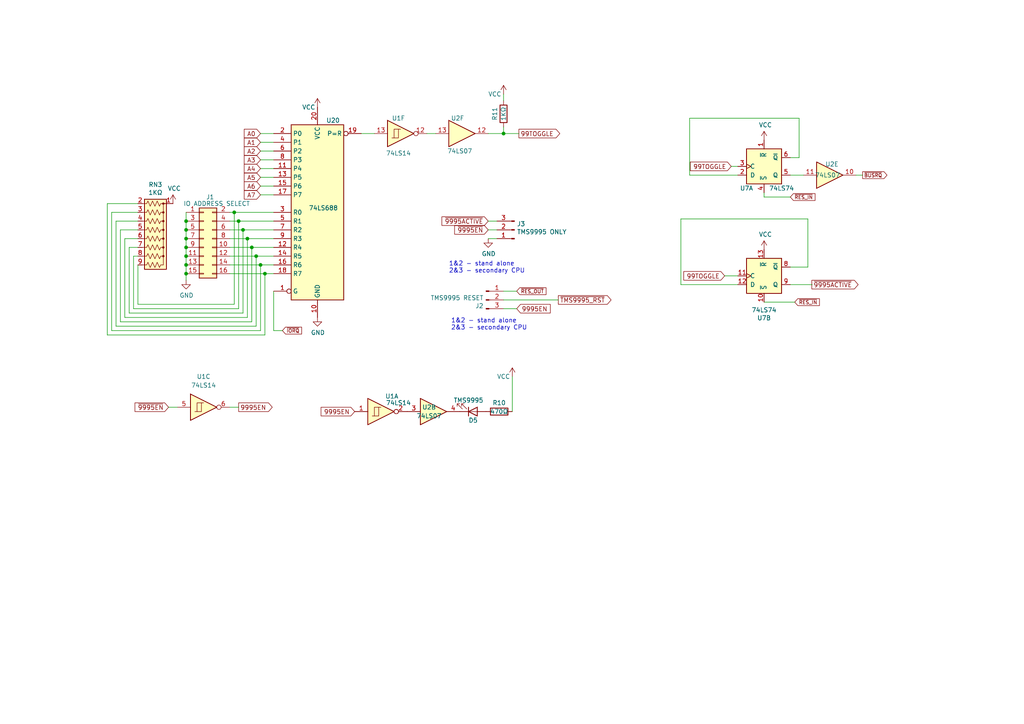
<source format=kicad_sch>
(kicad_sch (version 20211123) (generator eeschema)

  (uuid b09505b7-6490-48dc-8db5-36aab972f3f2)

  (paper "A4")

  (title_block
    (title "DuoDyne TMS9995 CPU board")
    (date "2023-10-14")
    (rev "V0.5")
  )

  (lib_symbols
    (symbol "74xx:74LS07" (pin_names (offset 1.016)) (in_bom yes) (on_board yes)
      (property "Reference" "U" (id 0) (at 0 1.27 0)
        (effects (font (size 1.27 1.27)))
      )
      (property "Value" "74LS07" (id 1) (at 0 -1.27 0)
        (effects (font (size 1.27 1.27)))
      )
      (property "Footprint" "" (id 2) (at 0 0 0)
        (effects (font (size 1.27 1.27)) hide)
      )
      (property "Datasheet" "www.ti.com/lit/ds/symlink/sn74ls07.pdf" (id 3) (at 0 0 0)
        (effects (font (size 1.27 1.27)) hide)
      )
      (property "ki_locked" "" (id 4) (at 0 0 0)
        (effects (font (size 1.27 1.27)))
      )
      (property "ki_keywords" "TTL hex buffer OpenCol" (id 5) (at 0 0 0)
        (effects (font (size 1.27 1.27)) hide)
      )
      (property "ki_description" "Hex Buffers and Drivers With Open Collector High Voltage Outputs" (id 6) (at 0 0 0)
        (effects (font (size 1.27 1.27)) hide)
      )
      (property "ki_fp_filters" "SOIC*3.9x8.7mm*P1.27mm* TSSOP*4.4x5mm*P0.65mm* DIP*W7.62mm*" (id 7) (at 0 0 0)
        (effects (font (size 1.27 1.27)) hide)
      )
      (symbol "74LS07_1_0"
        (polyline
          (pts
            (xy -3.81 3.81)
            (xy -3.81 -3.81)
            (xy 3.81 0)
            (xy -3.81 3.81)
          )
          (stroke (width 0.254) (type default) (color 0 0 0 0))
          (fill (type background))
        )
        (pin input line (at -7.62 0 0) (length 3.81)
          (name "~" (effects (font (size 1.27 1.27))))
          (number "1" (effects (font (size 1.27 1.27))))
        )
        (pin open_collector line (at 7.62 0 180) (length 3.81)
          (name "~" (effects (font (size 1.27 1.27))))
          (number "2" (effects (font (size 1.27 1.27))))
        )
      )
      (symbol "74LS07_2_0"
        (polyline
          (pts
            (xy -3.81 3.81)
            (xy -3.81 -3.81)
            (xy 3.81 0)
            (xy -3.81 3.81)
          )
          (stroke (width 0.254) (type default) (color 0 0 0 0))
          (fill (type background))
        )
        (pin input line (at -7.62 0 0) (length 3.81)
          (name "~" (effects (font (size 1.27 1.27))))
          (number "3" (effects (font (size 1.27 1.27))))
        )
        (pin open_collector line (at 7.62 0 180) (length 3.81)
          (name "~" (effects (font (size 1.27 1.27))))
          (number "4" (effects (font (size 1.27 1.27))))
        )
      )
      (symbol "74LS07_3_0"
        (polyline
          (pts
            (xy -3.81 3.81)
            (xy -3.81 -3.81)
            (xy 3.81 0)
            (xy -3.81 3.81)
          )
          (stroke (width 0.254) (type default) (color 0 0 0 0))
          (fill (type background))
        )
        (pin input line (at -7.62 0 0) (length 3.81)
          (name "~" (effects (font (size 1.27 1.27))))
          (number "5" (effects (font (size 1.27 1.27))))
        )
        (pin open_collector line (at 7.62 0 180) (length 3.81)
          (name "~" (effects (font (size 1.27 1.27))))
          (number "6" (effects (font (size 1.27 1.27))))
        )
      )
      (symbol "74LS07_4_0"
        (polyline
          (pts
            (xy -3.81 3.81)
            (xy -3.81 -3.81)
            (xy 3.81 0)
            (xy -3.81 3.81)
          )
          (stroke (width 0.254) (type default) (color 0 0 0 0))
          (fill (type background))
        )
        (pin open_collector line (at 7.62 0 180) (length 3.81)
          (name "~" (effects (font (size 1.27 1.27))))
          (number "8" (effects (font (size 1.27 1.27))))
        )
        (pin input line (at -7.62 0 0) (length 3.81)
          (name "~" (effects (font (size 1.27 1.27))))
          (number "9" (effects (font (size 1.27 1.27))))
        )
      )
      (symbol "74LS07_5_0"
        (polyline
          (pts
            (xy -3.81 3.81)
            (xy -3.81 -3.81)
            (xy 3.81 0)
            (xy -3.81 3.81)
          )
          (stroke (width 0.254) (type default) (color 0 0 0 0))
          (fill (type background))
        )
        (pin open_collector line (at 7.62 0 180) (length 3.81)
          (name "~" (effects (font (size 1.27 1.27))))
          (number "10" (effects (font (size 1.27 1.27))))
        )
        (pin input line (at -7.62 0 0) (length 3.81)
          (name "~" (effects (font (size 1.27 1.27))))
          (number "11" (effects (font (size 1.27 1.27))))
        )
      )
      (symbol "74LS07_6_0"
        (polyline
          (pts
            (xy -3.81 3.81)
            (xy -3.81 -3.81)
            (xy 3.81 0)
            (xy -3.81 3.81)
          )
          (stroke (width 0.254) (type default) (color 0 0 0 0))
          (fill (type background))
        )
        (pin open_collector line (at 7.62 0 180) (length 3.81)
          (name "~" (effects (font (size 1.27 1.27))))
          (number "12" (effects (font (size 1.27 1.27))))
        )
        (pin input line (at -7.62 0 0) (length 3.81)
          (name "~" (effects (font (size 1.27 1.27))))
          (number "13" (effects (font (size 1.27 1.27))))
        )
      )
      (symbol "74LS07_7_0"
        (pin power_in line (at 0 12.7 270) (length 5.08)
          (name "VCC" (effects (font (size 1.27 1.27))))
          (number "14" (effects (font (size 1.27 1.27))))
        )
        (pin power_in line (at 0 -12.7 90) (length 5.08)
          (name "GND" (effects (font (size 1.27 1.27))))
          (number "7" (effects (font (size 1.27 1.27))))
        )
      )
      (symbol "74LS07_7_1"
        (rectangle (start -5.08 7.62) (end 5.08 -7.62)
          (stroke (width 0.254) (type default) (color 0 0 0 0))
          (fill (type background))
        )
      )
    )
    (symbol "74xx:74LS14" (pin_names (offset 1.016)) (in_bom yes) (on_board yes)
      (property "Reference" "U" (id 0) (at 0 1.27 0)
        (effects (font (size 1.27 1.27)))
      )
      (property "Value" "74LS14" (id 1) (at 0 -1.27 0)
        (effects (font (size 1.27 1.27)))
      )
      (property "Footprint" "" (id 2) (at 0 0 0)
        (effects (font (size 1.27 1.27)) hide)
      )
      (property "Datasheet" "http://www.ti.com/lit/gpn/sn74LS14" (id 3) (at 0 0 0)
        (effects (font (size 1.27 1.27)) hide)
      )
      (property "ki_locked" "" (id 4) (at 0 0 0)
        (effects (font (size 1.27 1.27)))
      )
      (property "ki_keywords" "TTL not inverter" (id 5) (at 0 0 0)
        (effects (font (size 1.27 1.27)) hide)
      )
      (property "ki_description" "Hex inverter schmitt trigger" (id 6) (at 0 0 0)
        (effects (font (size 1.27 1.27)) hide)
      )
      (property "ki_fp_filters" "DIP*W7.62mm*" (id 7) (at 0 0 0)
        (effects (font (size 1.27 1.27)) hide)
      )
      (symbol "74LS14_1_0"
        (polyline
          (pts
            (xy -3.81 3.81)
            (xy -3.81 -3.81)
            (xy 3.81 0)
            (xy -3.81 3.81)
          )
          (stroke (width 0.254) (type default) (color 0 0 0 0))
          (fill (type background))
        )
        (pin input line (at -7.62 0 0) (length 3.81)
          (name "~" (effects (font (size 1.27 1.27))))
          (number "1" (effects (font (size 1.27 1.27))))
        )
        (pin output inverted (at 7.62 0 180) (length 3.81)
          (name "~" (effects (font (size 1.27 1.27))))
          (number "2" (effects (font (size 1.27 1.27))))
        )
      )
      (symbol "74LS14_1_1"
        (polyline
          (pts
            (xy -1.905 -1.27)
            (xy -1.905 1.27)
            (xy -0.635 1.27)
          )
          (stroke (width 0) (type default) (color 0 0 0 0))
          (fill (type none))
        )
        (polyline
          (pts
            (xy -2.54 -1.27)
            (xy -0.635 -1.27)
            (xy -0.635 1.27)
            (xy 0 1.27)
          )
          (stroke (width 0) (type default) (color 0 0 0 0))
          (fill (type none))
        )
      )
      (symbol "74LS14_2_0"
        (polyline
          (pts
            (xy -3.81 3.81)
            (xy -3.81 -3.81)
            (xy 3.81 0)
            (xy -3.81 3.81)
          )
          (stroke (width 0.254) (type default) (color 0 0 0 0))
          (fill (type background))
        )
        (pin input line (at -7.62 0 0) (length 3.81)
          (name "~" (effects (font (size 1.27 1.27))))
          (number "3" (effects (font (size 1.27 1.27))))
        )
        (pin output inverted (at 7.62 0 180) (length 3.81)
          (name "~" (effects (font (size 1.27 1.27))))
          (number "4" (effects (font (size 1.27 1.27))))
        )
      )
      (symbol "74LS14_2_1"
        (polyline
          (pts
            (xy -1.905 -1.27)
            (xy -1.905 1.27)
            (xy -0.635 1.27)
          )
          (stroke (width 0) (type default) (color 0 0 0 0))
          (fill (type none))
        )
        (polyline
          (pts
            (xy -2.54 -1.27)
            (xy -0.635 -1.27)
            (xy -0.635 1.27)
            (xy 0 1.27)
          )
          (stroke (width 0) (type default) (color 0 0 0 0))
          (fill (type none))
        )
      )
      (symbol "74LS14_3_0"
        (polyline
          (pts
            (xy -3.81 3.81)
            (xy -3.81 -3.81)
            (xy 3.81 0)
            (xy -3.81 3.81)
          )
          (stroke (width 0.254) (type default) (color 0 0 0 0))
          (fill (type background))
        )
        (pin input line (at -7.62 0 0) (length 3.81)
          (name "~" (effects (font (size 1.27 1.27))))
          (number "5" (effects (font (size 1.27 1.27))))
        )
        (pin output inverted (at 7.62 0 180) (length 3.81)
          (name "~" (effects (font (size 1.27 1.27))))
          (number "6" (effects (font (size 1.27 1.27))))
        )
      )
      (symbol "74LS14_3_1"
        (polyline
          (pts
            (xy -1.905 -1.27)
            (xy -1.905 1.27)
            (xy -0.635 1.27)
          )
          (stroke (width 0) (type default) (color 0 0 0 0))
          (fill (type none))
        )
        (polyline
          (pts
            (xy -2.54 -1.27)
            (xy -0.635 -1.27)
            (xy -0.635 1.27)
            (xy 0 1.27)
          )
          (stroke (width 0) (type default) (color 0 0 0 0))
          (fill (type none))
        )
      )
      (symbol "74LS14_4_0"
        (polyline
          (pts
            (xy -3.81 3.81)
            (xy -3.81 -3.81)
            (xy 3.81 0)
            (xy -3.81 3.81)
          )
          (stroke (width 0.254) (type default) (color 0 0 0 0))
          (fill (type background))
        )
        (pin output inverted (at 7.62 0 180) (length 3.81)
          (name "~" (effects (font (size 1.27 1.27))))
          (number "8" (effects (font (size 1.27 1.27))))
        )
        (pin input line (at -7.62 0 0) (length 3.81)
          (name "~" (effects (font (size 1.27 1.27))))
          (number "9" (effects (font (size 1.27 1.27))))
        )
      )
      (symbol "74LS14_4_1"
        (polyline
          (pts
            (xy -1.905 -1.27)
            (xy -1.905 1.27)
            (xy -0.635 1.27)
          )
          (stroke (width 0) (type default) (color 0 0 0 0))
          (fill (type none))
        )
        (polyline
          (pts
            (xy -2.54 -1.27)
            (xy -0.635 -1.27)
            (xy -0.635 1.27)
            (xy 0 1.27)
          )
          (stroke (width 0) (type default) (color 0 0 0 0))
          (fill (type none))
        )
      )
      (symbol "74LS14_5_0"
        (polyline
          (pts
            (xy -3.81 3.81)
            (xy -3.81 -3.81)
            (xy 3.81 0)
            (xy -3.81 3.81)
          )
          (stroke (width 0.254) (type default) (color 0 0 0 0))
          (fill (type background))
        )
        (pin output inverted (at 7.62 0 180) (length 3.81)
          (name "~" (effects (font (size 1.27 1.27))))
          (number "10" (effects (font (size 1.27 1.27))))
        )
        (pin input line (at -7.62 0 0) (length 3.81)
          (name "~" (effects (font (size 1.27 1.27))))
          (number "11" (effects (font (size 1.27 1.27))))
        )
      )
      (symbol "74LS14_5_1"
        (polyline
          (pts
            (xy -1.905 -1.27)
            (xy -1.905 1.27)
            (xy -0.635 1.27)
          )
          (stroke (width 0) (type default) (color 0 0 0 0))
          (fill (type none))
        )
        (polyline
          (pts
            (xy -2.54 -1.27)
            (xy -0.635 -1.27)
            (xy -0.635 1.27)
            (xy 0 1.27)
          )
          (stroke (width 0) (type default) (color 0 0 0 0))
          (fill (type none))
        )
      )
      (symbol "74LS14_6_0"
        (polyline
          (pts
            (xy -3.81 3.81)
            (xy -3.81 -3.81)
            (xy 3.81 0)
            (xy -3.81 3.81)
          )
          (stroke (width 0.254) (type default) (color 0 0 0 0))
          (fill (type background))
        )
        (pin output inverted (at 7.62 0 180) (length 3.81)
          (name "~" (effects (font (size 1.27 1.27))))
          (number "12" (effects (font (size 1.27 1.27))))
        )
        (pin input line (at -7.62 0 0) (length 3.81)
          (name "~" (effects (font (size 1.27 1.27))))
          (number "13" (effects (font (size 1.27 1.27))))
        )
      )
      (symbol "74LS14_6_1"
        (polyline
          (pts
            (xy -1.905 -1.27)
            (xy -1.905 1.27)
            (xy -0.635 1.27)
          )
          (stroke (width 0) (type default) (color 0 0 0 0))
          (fill (type none))
        )
        (polyline
          (pts
            (xy -2.54 -1.27)
            (xy -0.635 -1.27)
            (xy -0.635 1.27)
            (xy 0 1.27)
          )
          (stroke (width 0) (type default) (color 0 0 0 0))
          (fill (type none))
        )
      )
      (symbol "74LS14_7_0"
        (pin power_in line (at 0 12.7 270) (length 5.08)
          (name "VCC" (effects (font (size 1.27 1.27))))
          (number "14" (effects (font (size 1.27 1.27))))
        )
        (pin power_in line (at 0 -12.7 90) (length 5.08)
          (name "GND" (effects (font (size 1.27 1.27))))
          (number "7" (effects (font (size 1.27 1.27))))
        )
      )
      (symbol "74LS14_7_1"
        (rectangle (start -5.08 7.62) (end 5.08 -7.62)
          (stroke (width 0.254) (type default) (color 0 0 0 0))
          (fill (type background))
        )
      )
    )
    (symbol "74xx:74LS688" (in_bom yes) (on_board yes)
      (property "Reference" "U" (id 0) (at -7.62 26.67 0)
        (effects (font (size 1.27 1.27)))
      )
      (property "Value" "74LS688" (id 1) (at -7.62 -26.67 0)
        (effects (font (size 1.27 1.27)))
      )
      (property "Footprint" "" (id 2) (at 0 0 0)
        (effects (font (size 1.27 1.27)) hide)
      )
      (property "Datasheet" "http://www.ti.com/lit/gpn/sn74LS688" (id 3) (at 0 0 0)
        (effects (font (size 1.27 1.27)) hide)
      )
      (property "ki_keywords" "TTL DECOD Arith" (id 4) (at 0 0 0)
        (effects (font (size 1.27 1.27)) hide)
      )
      (property "ki_description" "8-bit magnitude comparator" (id 5) (at 0 0 0)
        (effects (font (size 1.27 1.27)) hide)
      )
      (property "ki_fp_filters" "DIP?20* SOIC?20* SO?20* TSSOP?20*" (id 6) (at 0 0 0)
        (effects (font (size 1.27 1.27)) hide)
      )
      (symbol "74LS688_1_0"
        (pin input inverted (at -12.7 -22.86 0) (length 5.08)
          (name "G" (effects (font (size 1.27 1.27))))
          (number "1" (effects (font (size 1.27 1.27))))
        )
        (pin power_in line (at 0 -30.48 90) (length 5.08)
          (name "GND" (effects (font (size 1.27 1.27))))
          (number "10" (effects (font (size 1.27 1.27))))
        )
        (pin input line (at -12.7 12.7 0) (length 5.08)
          (name "P4" (effects (font (size 1.27 1.27))))
          (number "11" (effects (font (size 1.27 1.27))))
        )
        (pin input line (at -12.7 -10.16 0) (length 5.08)
          (name "R4" (effects (font (size 1.27 1.27))))
          (number "12" (effects (font (size 1.27 1.27))))
        )
        (pin input line (at -12.7 10.16 0) (length 5.08)
          (name "P5" (effects (font (size 1.27 1.27))))
          (number "13" (effects (font (size 1.27 1.27))))
        )
        (pin input line (at -12.7 -12.7 0) (length 5.08)
          (name "R5" (effects (font (size 1.27 1.27))))
          (number "14" (effects (font (size 1.27 1.27))))
        )
        (pin input line (at -12.7 7.62 0) (length 5.08)
          (name "P6" (effects (font (size 1.27 1.27))))
          (number "15" (effects (font (size 1.27 1.27))))
        )
        (pin input line (at -12.7 -15.24 0) (length 5.08)
          (name "R6" (effects (font (size 1.27 1.27))))
          (number "16" (effects (font (size 1.27 1.27))))
        )
        (pin input line (at -12.7 5.08 0) (length 5.08)
          (name "P7" (effects (font (size 1.27 1.27))))
          (number "17" (effects (font (size 1.27 1.27))))
        )
        (pin input line (at -12.7 -17.78 0) (length 5.08)
          (name "R7" (effects (font (size 1.27 1.27))))
          (number "18" (effects (font (size 1.27 1.27))))
        )
        (pin output inverted (at 12.7 22.86 180) (length 5.08)
          (name "P=R" (effects (font (size 1.27 1.27))))
          (number "19" (effects (font (size 1.27 1.27))))
        )
        (pin input line (at -12.7 22.86 0) (length 5.08)
          (name "P0" (effects (font (size 1.27 1.27))))
          (number "2" (effects (font (size 1.27 1.27))))
        )
        (pin power_in line (at 0 30.48 270) (length 5.08)
          (name "VCC" (effects (font (size 1.27 1.27))))
          (number "20" (effects (font (size 1.27 1.27))))
        )
        (pin input line (at -12.7 0 0) (length 5.08)
          (name "R0" (effects (font (size 1.27 1.27))))
          (number "3" (effects (font (size 1.27 1.27))))
        )
        (pin input line (at -12.7 20.32 0) (length 5.08)
          (name "P1" (effects (font (size 1.27 1.27))))
          (number "4" (effects (font (size 1.27 1.27))))
        )
        (pin input line (at -12.7 -2.54 0) (length 5.08)
          (name "R1" (effects (font (size 1.27 1.27))))
          (number "5" (effects (font (size 1.27 1.27))))
        )
        (pin input line (at -12.7 17.78 0) (length 5.08)
          (name "P2" (effects (font (size 1.27 1.27))))
          (number "6" (effects (font (size 1.27 1.27))))
        )
        (pin input line (at -12.7 -5.08 0) (length 5.08)
          (name "R2" (effects (font (size 1.27 1.27))))
          (number "7" (effects (font (size 1.27 1.27))))
        )
        (pin input line (at -12.7 15.24 0) (length 5.08)
          (name "P3" (effects (font (size 1.27 1.27))))
          (number "8" (effects (font (size 1.27 1.27))))
        )
        (pin input line (at -12.7 -7.62 0) (length 5.08)
          (name "R3" (effects (font (size 1.27 1.27))))
          (number "9" (effects (font (size 1.27 1.27))))
        )
      )
      (symbol "74LS688_1_1"
        (rectangle (start -7.62 25.4) (end 7.62 -25.4)
          (stroke (width 0.254) (type default) (color 0 0 0 0))
          (fill (type background))
        )
      )
    )
    (symbol "74xx:74LS74" (pin_names (offset 1.016)) (in_bom yes) (on_board yes)
      (property "Reference" "U" (id 0) (at -7.62 8.89 0)
        (effects (font (size 1.27 1.27)))
      )
      (property "Value" "74LS74" (id 1) (at -7.62 -8.89 0)
        (effects (font (size 1.27 1.27)))
      )
      (property "Footprint" "" (id 2) (at 0 0 0)
        (effects (font (size 1.27 1.27)) hide)
      )
      (property "Datasheet" "74xx/74hc_hct74.pdf" (id 3) (at 0 0 0)
        (effects (font (size 1.27 1.27)) hide)
      )
      (property "ki_locked" "" (id 4) (at 0 0 0)
        (effects (font (size 1.27 1.27)))
      )
      (property "ki_keywords" "TTL DFF" (id 5) (at 0 0 0)
        (effects (font (size 1.27 1.27)) hide)
      )
      (property "ki_description" "Dual D Flip-flop, Set & Reset" (id 6) (at 0 0 0)
        (effects (font (size 1.27 1.27)) hide)
      )
      (property "ki_fp_filters" "DIP*W7.62mm*" (id 7) (at 0 0 0)
        (effects (font (size 1.27 1.27)) hide)
      )
      (symbol "74LS74_1_0"
        (pin input line (at 0 -7.62 90) (length 2.54)
          (name "~{R}" (effects (font (size 1.27 1.27))))
          (number "1" (effects (font (size 1.27 1.27))))
        )
        (pin input line (at -7.62 2.54 0) (length 2.54)
          (name "D" (effects (font (size 1.27 1.27))))
          (number "2" (effects (font (size 1.27 1.27))))
        )
        (pin input clock (at -7.62 0 0) (length 2.54)
          (name "C" (effects (font (size 1.27 1.27))))
          (number "3" (effects (font (size 1.27 1.27))))
        )
        (pin input line (at 0 7.62 270) (length 2.54)
          (name "~{S}" (effects (font (size 1.27 1.27))))
          (number "4" (effects (font (size 1.27 1.27))))
        )
        (pin output line (at 7.62 2.54 180) (length 2.54)
          (name "Q" (effects (font (size 1.27 1.27))))
          (number "5" (effects (font (size 1.27 1.27))))
        )
        (pin output line (at 7.62 -2.54 180) (length 2.54)
          (name "~{Q}" (effects (font (size 1.27 1.27))))
          (number "6" (effects (font (size 1.27 1.27))))
        )
      )
      (symbol "74LS74_1_1"
        (rectangle (start -5.08 5.08) (end 5.08 -5.08)
          (stroke (width 0.254) (type default) (color 0 0 0 0))
          (fill (type background))
        )
      )
      (symbol "74LS74_2_0"
        (pin input line (at 0 7.62 270) (length 2.54)
          (name "~{S}" (effects (font (size 1.27 1.27))))
          (number "10" (effects (font (size 1.27 1.27))))
        )
        (pin input clock (at -7.62 0 0) (length 2.54)
          (name "C" (effects (font (size 1.27 1.27))))
          (number "11" (effects (font (size 1.27 1.27))))
        )
        (pin input line (at -7.62 2.54 0) (length 2.54)
          (name "D" (effects (font (size 1.27 1.27))))
          (number "12" (effects (font (size 1.27 1.27))))
        )
        (pin input line (at 0 -7.62 90) (length 2.54)
          (name "~{R}" (effects (font (size 1.27 1.27))))
          (number "13" (effects (font (size 1.27 1.27))))
        )
        (pin output line (at 7.62 -2.54 180) (length 2.54)
          (name "~{Q}" (effects (font (size 1.27 1.27))))
          (number "8" (effects (font (size 1.27 1.27))))
        )
        (pin output line (at 7.62 2.54 180) (length 2.54)
          (name "Q" (effects (font (size 1.27 1.27))))
          (number "9" (effects (font (size 1.27 1.27))))
        )
      )
      (symbol "74LS74_2_1"
        (rectangle (start -5.08 5.08) (end 5.08 -5.08)
          (stroke (width 0.254) (type default) (color 0 0 0 0))
          (fill (type background))
        )
      )
      (symbol "74LS74_3_0"
        (pin power_in line (at 0 10.16 270) (length 2.54)
          (name "VCC" (effects (font (size 1.27 1.27))))
          (number "14" (effects (font (size 1.27 1.27))))
        )
        (pin power_in line (at 0 -10.16 90) (length 2.54)
          (name "GND" (effects (font (size 1.27 1.27))))
          (number "7" (effects (font (size 1.27 1.27))))
        )
      )
      (symbol "74LS74_3_1"
        (rectangle (start -5.08 7.62) (end 5.08 -7.62)
          (stroke (width 0.254) (type default) (color 0 0 0 0))
          (fill (type background))
        )
      )
    )
    (symbol "Connector:Conn_01x03_Male" (pin_names (offset 1.016) hide) (in_bom yes) (on_board yes)
      (property "Reference" "J" (id 0) (at 0 5.08 0)
        (effects (font (size 1.27 1.27)))
      )
      (property "Value" "Conn_01x03_Male" (id 1) (at 0 -5.08 0)
        (effects (font (size 1.27 1.27)))
      )
      (property "Footprint" "" (id 2) (at 0 0 0)
        (effects (font (size 1.27 1.27)) hide)
      )
      (property "Datasheet" "~" (id 3) (at 0 0 0)
        (effects (font (size 1.27 1.27)) hide)
      )
      (property "ki_keywords" "connector" (id 4) (at 0 0 0)
        (effects (font (size 1.27 1.27)) hide)
      )
      (property "ki_description" "Generic connector, single row, 01x03, script generated (kicad-library-utils/schlib/autogen/connector/)" (id 5) (at 0 0 0)
        (effects (font (size 1.27 1.27)) hide)
      )
      (property "ki_fp_filters" "Connector*:*_1x??_*" (id 6) (at 0 0 0)
        (effects (font (size 1.27 1.27)) hide)
      )
      (symbol "Conn_01x03_Male_1_1"
        (polyline
          (pts
            (xy 1.27 -2.54)
            (xy 0.8636 -2.54)
          )
          (stroke (width 0.1524) (type default) (color 0 0 0 0))
          (fill (type none))
        )
        (polyline
          (pts
            (xy 1.27 0)
            (xy 0.8636 0)
          )
          (stroke (width 0.1524) (type default) (color 0 0 0 0))
          (fill (type none))
        )
        (polyline
          (pts
            (xy 1.27 2.54)
            (xy 0.8636 2.54)
          )
          (stroke (width 0.1524) (type default) (color 0 0 0 0))
          (fill (type none))
        )
        (rectangle (start 0.8636 -2.413) (end 0 -2.667)
          (stroke (width 0.1524) (type default) (color 0 0 0 0))
          (fill (type outline))
        )
        (rectangle (start 0.8636 0.127) (end 0 -0.127)
          (stroke (width 0.1524) (type default) (color 0 0 0 0))
          (fill (type outline))
        )
        (rectangle (start 0.8636 2.667) (end 0 2.413)
          (stroke (width 0.1524) (type default) (color 0 0 0 0))
          (fill (type outline))
        )
        (pin passive line (at 5.08 2.54 180) (length 3.81)
          (name "Pin_1" (effects (font (size 1.27 1.27))))
          (number "1" (effects (font (size 1.27 1.27))))
        )
        (pin passive line (at 5.08 0 180) (length 3.81)
          (name "Pin_2" (effects (font (size 1.27 1.27))))
          (number "2" (effects (font (size 1.27 1.27))))
        )
        (pin passive line (at 5.08 -2.54 180) (length 3.81)
          (name "Pin_3" (effects (font (size 1.27 1.27))))
          (number "3" (effects (font (size 1.27 1.27))))
        )
      )
    )
    (symbol "Connector_Generic:Conn_02x08_Odd_Even" (pin_names (offset 1.016) hide) (in_bom yes) (on_board yes)
      (property "Reference" "J" (id 0) (at 1.27 10.16 0)
        (effects (font (size 1.27 1.27)))
      )
      (property "Value" "Conn_02x08_Odd_Even" (id 1) (at 1.27 -12.7 0)
        (effects (font (size 1.27 1.27)))
      )
      (property "Footprint" "" (id 2) (at 0 0 0)
        (effects (font (size 1.27 1.27)) hide)
      )
      (property "Datasheet" "~" (id 3) (at 0 0 0)
        (effects (font (size 1.27 1.27)) hide)
      )
      (property "ki_keywords" "connector" (id 4) (at 0 0 0)
        (effects (font (size 1.27 1.27)) hide)
      )
      (property "ki_description" "Generic connector, double row, 02x08, odd/even pin numbering scheme (row 1 odd numbers, row 2 even numbers), script generated (kicad-library-utils/schlib/autogen/connector/)" (id 5) (at 0 0 0)
        (effects (font (size 1.27 1.27)) hide)
      )
      (property "ki_fp_filters" "Connector*:*_2x??_*" (id 6) (at 0 0 0)
        (effects (font (size 1.27 1.27)) hide)
      )
      (symbol "Conn_02x08_Odd_Even_1_1"
        (rectangle (start -1.27 -10.033) (end 0 -10.287)
          (stroke (width 0.1524) (type default) (color 0 0 0 0))
          (fill (type none))
        )
        (rectangle (start -1.27 -7.493) (end 0 -7.747)
          (stroke (width 0.1524) (type default) (color 0 0 0 0))
          (fill (type none))
        )
        (rectangle (start -1.27 -4.953) (end 0 -5.207)
          (stroke (width 0.1524) (type default) (color 0 0 0 0))
          (fill (type none))
        )
        (rectangle (start -1.27 -2.413) (end 0 -2.667)
          (stroke (width 0.1524) (type default) (color 0 0 0 0))
          (fill (type none))
        )
        (rectangle (start -1.27 0.127) (end 0 -0.127)
          (stroke (width 0.1524) (type default) (color 0 0 0 0))
          (fill (type none))
        )
        (rectangle (start -1.27 2.667) (end 0 2.413)
          (stroke (width 0.1524) (type default) (color 0 0 0 0))
          (fill (type none))
        )
        (rectangle (start -1.27 5.207) (end 0 4.953)
          (stroke (width 0.1524) (type default) (color 0 0 0 0))
          (fill (type none))
        )
        (rectangle (start -1.27 7.747) (end 0 7.493)
          (stroke (width 0.1524) (type default) (color 0 0 0 0))
          (fill (type none))
        )
        (rectangle (start -1.27 8.89) (end 3.81 -11.43)
          (stroke (width 0.254) (type default) (color 0 0 0 0))
          (fill (type background))
        )
        (rectangle (start 3.81 -10.033) (end 2.54 -10.287)
          (stroke (width 0.1524) (type default) (color 0 0 0 0))
          (fill (type none))
        )
        (rectangle (start 3.81 -7.493) (end 2.54 -7.747)
          (stroke (width 0.1524) (type default) (color 0 0 0 0))
          (fill (type none))
        )
        (rectangle (start 3.81 -4.953) (end 2.54 -5.207)
          (stroke (width 0.1524) (type default) (color 0 0 0 0))
          (fill (type none))
        )
        (rectangle (start 3.81 -2.413) (end 2.54 -2.667)
          (stroke (width 0.1524) (type default) (color 0 0 0 0))
          (fill (type none))
        )
        (rectangle (start 3.81 0.127) (end 2.54 -0.127)
          (stroke (width 0.1524) (type default) (color 0 0 0 0))
          (fill (type none))
        )
        (rectangle (start 3.81 2.667) (end 2.54 2.413)
          (stroke (width 0.1524) (type default) (color 0 0 0 0))
          (fill (type none))
        )
        (rectangle (start 3.81 5.207) (end 2.54 4.953)
          (stroke (width 0.1524) (type default) (color 0 0 0 0))
          (fill (type none))
        )
        (rectangle (start 3.81 7.747) (end 2.54 7.493)
          (stroke (width 0.1524) (type default) (color 0 0 0 0))
          (fill (type none))
        )
        (pin passive line (at -5.08 7.62 0) (length 3.81)
          (name "Pin_1" (effects (font (size 1.27 1.27))))
          (number "1" (effects (font (size 1.27 1.27))))
        )
        (pin passive line (at 7.62 -2.54 180) (length 3.81)
          (name "Pin_10" (effects (font (size 1.27 1.27))))
          (number "10" (effects (font (size 1.27 1.27))))
        )
        (pin passive line (at -5.08 -5.08 0) (length 3.81)
          (name "Pin_11" (effects (font (size 1.27 1.27))))
          (number "11" (effects (font (size 1.27 1.27))))
        )
        (pin passive line (at 7.62 -5.08 180) (length 3.81)
          (name "Pin_12" (effects (font (size 1.27 1.27))))
          (number "12" (effects (font (size 1.27 1.27))))
        )
        (pin passive line (at -5.08 -7.62 0) (length 3.81)
          (name "Pin_13" (effects (font (size 1.27 1.27))))
          (number "13" (effects (font (size 1.27 1.27))))
        )
        (pin passive line (at 7.62 -7.62 180) (length 3.81)
          (name "Pin_14" (effects (font (size 1.27 1.27))))
          (number "14" (effects (font (size 1.27 1.27))))
        )
        (pin passive line (at -5.08 -10.16 0) (length 3.81)
          (name "Pin_15" (effects (font (size 1.27 1.27))))
          (number "15" (effects (font (size 1.27 1.27))))
        )
        (pin passive line (at 7.62 -10.16 180) (length 3.81)
          (name "Pin_16" (effects (font (size 1.27 1.27))))
          (number "16" (effects (font (size 1.27 1.27))))
        )
        (pin passive line (at 7.62 7.62 180) (length 3.81)
          (name "Pin_2" (effects (font (size 1.27 1.27))))
          (number "2" (effects (font (size 1.27 1.27))))
        )
        (pin passive line (at -5.08 5.08 0) (length 3.81)
          (name "Pin_3" (effects (font (size 1.27 1.27))))
          (number "3" (effects (font (size 1.27 1.27))))
        )
        (pin passive line (at 7.62 5.08 180) (length 3.81)
          (name "Pin_4" (effects (font (size 1.27 1.27))))
          (number "4" (effects (font (size 1.27 1.27))))
        )
        (pin passive line (at -5.08 2.54 0) (length 3.81)
          (name "Pin_5" (effects (font (size 1.27 1.27))))
          (number "5" (effects (font (size 1.27 1.27))))
        )
        (pin passive line (at 7.62 2.54 180) (length 3.81)
          (name "Pin_6" (effects (font (size 1.27 1.27))))
          (number "6" (effects (font (size 1.27 1.27))))
        )
        (pin passive line (at -5.08 0 0) (length 3.81)
          (name "Pin_7" (effects (font (size 1.27 1.27))))
          (number "7" (effects (font (size 1.27 1.27))))
        )
        (pin passive line (at 7.62 0 180) (length 3.81)
          (name "Pin_8" (effects (font (size 1.27 1.27))))
          (number "8" (effects (font (size 1.27 1.27))))
        )
        (pin passive line (at -5.08 -2.54 0) (length 3.81)
          (name "Pin_9" (effects (font (size 1.27 1.27))))
          (number "9" (effects (font (size 1.27 1.27))))
        )
      )
    )
    (symbol "Device:LED" (pin_numbers hide) (pin_names (offset 1.016) hide) (in_bom yes) (on_board yes)
      (property "Reference" "D" (id 0) (at 0 2.54 0)
        (effects (font (size 1.27 1.27)))
      )
      (property "Value" "LED" (id 1) (at 0 -2.54 0)
        (effects (font (size 1.27 1.27)))
      )
      (property "Footprint" "" (id 2) (at 0 0 0)
        (effects (font (size 1.27 1.27)) hide)
      )
      (property "Datasheet" "~" (id 3) (at 0 0 0)
        (effects (font (size 1.27 1.27)) hide)
      )
      (property "ki_keywords" "LED diode" (id 4) (at 0 0 0)
        (effects (font (size 1.27 1.27)) hide)
      )
      (property "ki_description" "Light emitting diode" (id 5) (at 0 0 0)
        (effects (font (size 1.27 1.27)) hide)
      )
      (property "ki_fp_filters" "LED* LED_SMD:* LED_THT:*" (id 6) (at 0 0 0)
        (effects (font (size 1.27 1.27)) hide)
      )
      (symbol "LED_0_1"
        (polyline
          (pts
            (xy -1.27 -1.27)
            (xy -1.27 1.27)
          )
          (stroke (width 0.254) (type default) (color 0 0 0 0))
          (fill (type none))
        )
        (polyline
          (pts
            (xy -1.27 0)
            (xy 1.27 0)
          )
          (stroke (width 0) (type default) (color 0 0 0 0))
          (fill (type none))
        )
        (polyline
          (pts
            (xy 1.27 -1.27)
            (xy 1.27 1.27)
            (xy -1.27 0)
            (xy 1.27 -1.27)
          )
          (stroke (width 0.254) (type default) (color 0 0 0 0))
          (fill (type none))
        )
        (polyline
          (pts
            (xy -3.048 -0.762)
            (xy -4.572 -2.286)
            (xy -3.81 -2.286)
            (xy -4.572 -2.286)
            (xy -4.572 -1.524)
          )
          (stroke (width 0) (type default) (color 0 0 0 0))
          (fill (type none))
        )
        (polyline
          (pts
            (xy -1.778 -0.762)
            (xy -3.302 -2.286)
            (xy -2.54 -2.286)
            (xy -3.302 -2.286)
            (xy -3.302 -1.524)
          )
          (stroke (width 0) (type default) (color 0 0 0 0))
          (fill (type none))
        )
      )
      (symbol "LED_1_1"
        (pin passive line (at -3.81 0 0) (length 2.54)
          (name "K" (effects (font (size 1.27 1.27))))
          (number "1" (effects (font (size 1.27 1.27))))
        )
        (pin passive line (at 3.81 0 180) (length 2.54)
          (name "A" (effects (font (size 1.27 1.27))))
          (number "2" (effects (font (size 1.27 1.27))))
        )
      )
    )
    (symbol "Device:R" (pin_numbers hide) (pin_names (offset 0)) (in_bom yes) (on_board yes)
      (property "Reference" "R" (id 0) (at 2.032 0 90)
        (effects (font (size 1.27 1.27)))
      )
      (property "Value" "R" (id 1) (at 0 0 90)
        (effects (font (size 1.27 1.27)))
      )
      (property "Footprint" "" (id 2) (at -1.778 0 90)
        (effects (font (size 1.27 1.27)) hide)
      )
      (property "Datasheet" "~" (id 3) (at 0 0 0)
        (effects (font (size 1.27 1.27)) hide)
      )
      (property "ki_keywords" "R res resistor" (id 4) (at 0 0 0)
        (effects (font (size 1.27 1.27)) hide)
      )
      (property "ki_description" "Resistor" (id 5) (at 0 0 0)
        (effects (font (size 1.27 1.27)) hide)
      )
      (property "ki_fp_filters" "R_*" (id 6) (at 0 0 0)
        (effects (font (size 1.27 1.27)) hide)
      )
      (symbol "R_0_1"
        (rectangle (start -1.016 -2.54) (end 1.016 2.54)
          (stroke (width 0.254) (type default) (color 0 0 0 0))
          (fill (type none))
        )
      )
      (symbol "R_1_1"
        (pin passive line (at 0 3.81 270) (length 1.27)
          (name "~" (effects (font (size 1.27 1.27))))
          (number "1" (effects (font (size 1.27 1.27))))
        )
        (pin passive line (at 0 -3.81 90) (length 1.27)
          (name "~" (effects (font (size 1.27 1.27))))
          (number "2" (effects (font (size 1.27 1.27))))
        )
      )
    )
    (symbol "Device:R_Network08_US" (pin_names (offset 0) hide) (in_bom yes) (on_board yes)
      (property "Reference" "RN" (id 0) (at -12.7 0 90)
        (effects (font (size 1.27 1.27)))
      )
      (property "Value" "R_Network08_US" (id 1) (at 10.16 0 90)
        (effects (font (size 1.27 1.27)))
      )
      (property "Footprint" "Resistor_THT:R_Array_SIP9" (id 2) (at 12.065 0 90)
        (effects (font (size 1.27 1.27)) hide)
      )
      (property "Datasheet" "http://www.vishay.com/docs/31509/csc.pdf" (id 3) (at 0 0 0)
        (effects (font (size 1.27 1.27)) hide)
      )
      (property "ki_keywords" "R network star-topology" (id 4) (at 0 0 0)
        (effects (font (size 1.27 1.27)) hide)
      )
      (property "ki_description" "8 resistor network, star topology, bussed resistors, small US symbol" (id 5) (at 0 0 0)
        (effects (font (size 1.27 1.27)) hide)
      )
      (property "ki_fp_filters" "R?Array?SIP*" (id 6) (at 0 0 0)
        (effects (font (size 1.27 1.27)) hide)
      )
      (symbol "R_Network08_US_0_1"
        (rectangle (start -11.43 -3.175) (end 8.89 3.175)
          (stroke (width 0.254) (type default) (color 0 0 0 0))
          (fill (type background))
        )
        (circle (center -10.16 2.286) (radius 0.254)
          (stroke (width 0) (type default) (color 0 0 0 0))
          (fill (type outline))
        )
        (circle (center -7.62 2.286) (radius 0.254)
          (stroke (width 0) (type default) (color 0 0 0 0))
          (fill (type outline))
        )
        (circle (center -5.08 2.286) (radius 0.254)
          (stroke (width 0) (type default) (color 0 0 0 0))
          (fill (type outline))
        )
        (circle (center -2.54 2.286) (radius 0.254)
          (stroke (width 0) (type default) (color 0 0 0 0))
          (fill (type outline))
        )
        (polyline
          (pts
            (xy -10.16 2.286)
            (xy 7.62 2.286)
          )
          (stroke (width 0) (type default) (color 0 0 0 0))
          (fill (type none))
        )
        (polyline
          (pts
            (xy -10.16 2.286)
            (xy -10.16 1.524)
            (xy -9.398 1.1684)
            (xy -10.922 0.508)
            (xy -9.398 -0.1524)
            (xy -10.922 -0.8382)
            (xy -9.398 -1.524)
            (xy -10.922 -2.1844)
            (xy -10.16 -2.54)
            (xy -10.16 -3.81)
          )
          (stroke (width 0) (type default) (color 0 0 0 0))
          (fill (type none))
        )
        (polyline
          (pts
            (xy -7.62 2.286)
            (xy -7.62 1.524)
            (xy -6.858 1.1684)
            (xy -8.382 0.508)
            (xy -6.858 -0.1524)
            (xy -8.382 -0.8382)
            (xy -6.858 -1.524)
            (xy -8.382 -2.1844)
            (xy -7.62 -2.54)
            (xy -7.62 -3.81)
          )
          (stroke (width 0) (type default) (color 0 0 0 0))
          (fill (type none))
        )
        (polyline
          (pts
            (xy -5.08 2.286)
            (xy -5.08 1.524)
            (xy -4.318 1.1684)
            (xy -5.842 0.508)
            (xy -4.318 -0.1524)
            (xy -5.842 -0.8382)
            (xy -4.318 -1.524)
            (xy -5.842 -2.1844)
            (xy -5.08 -2.54)
            (xy -5.08 -3.81)
          )
          (stroke (width 0) (type default) (color 0 0 0 0))
          (fill (type none))
        )
        (polyline
          (pts
            (xy -2.54 2.286)
            (xy -2.54 1.524)
            (xy -1.778 1.1684)
            (xy -3.302 0.508)
            (xy -1.778 -0.1524)
            (xy -3.302 -0.8382)
            (xy -1.778 -1.524)
            (xy -3.302 -2.1844)
            (xy -2.54 -2.54)
            (xy -2.54 -3.81)
          )
          (stroke (width 0) (type default) (color 0 0 0 0))
          (fill (type none))
        )
        (polyline
          (pts
            (xy 0 2.286)
            (xy 0 1.524)
            (xy 0.762 1.1684)
            (xy -0.762 0.508)
            (xy 0.762 -0.1524)
            (xy -0.762 -0.8382)
            (xy 0.762 -1.524)
            (xy -0.762 -2.1844)
            (xy 0 -2.54)
            (xy 0 -3.81)
          )
          (stroke (width 0) (type default) (color 0 0 0 0))
          (fill (type none))
        )
        (polyline
          (pts
            (xy 2.54 2.286)
            (xy 2.54 1.524)
            (xy 3.302 1.1684)
            (xy 1.778 0.508)
            (xy 3.302 -0.1524)
            (xy 1.778 -0.8382)
            (xy 3.302 -1.524)
            (xy 1.778 -2.1844)
            (xy 2.54 -2.54)
            (xy 2.54 -3.81)
          )
          (stroke (width 0) (type default) (color 0 0 0 0))
          (fill (type none))
        )
        (polyline
          (pts
            (xy 5.08 2.286)
            (xy 5.08 1.524)
            (xy 5.842 1.1684)
            (xy 4.318 0.508)
            (xy 5.842 -0.1524)
            (xy 4.318 -0.8382)
            (xy 5.842 -1.524)
            (xy 4.318 -2.1844)
            (xy 5.08 -2.54)
            (xy 5.08 -3.81)
          )
          (stroke (width 0) (type default) (color 0 0 0 0))
          (fill (type none))
        )
        (polyline
          (pts
            (xy 7.62 2.286)
            (xy 7.62 1.524)
            (xy 8.382 1.1684)
            (xy 6.858 0.508)
            (xy 8.382 -0.1524)
            (xy 6.858 -0.8382)
            (xy 8.382 -1.524)
            (xy 6.858 -2.1844)
            (xy 7.62 -2.54)
            (xy 7.62 -3.81)
          )
          (stroke (width 0) (type default) (color 0 0 0 0))
          (fill (type none))
        )
        (circle (center 0 2.286) (radius 0.254)
          (stroke (width 0) (type default) (color 0 0 0 0))
          (fill (type outline))
        )
        (circle (center 2.54 2.286) (radius 0.254)
          (stroke (width 0) (type default) (color 0 0 0 0))
          (fill (type outline))
        )
        (circle (center 5.08 2.286) (radius 0.254)
          (stroke (width 0) (type default) (color 0 0 0 0))
          (fill (type outline))
        )
      )
      (symbol "R_Network08_US_1_1"
        (pin passive line (at -10.16 5.08 270) (length 2.54)
          (name "common" (effects (font (size 1.27 1.27))))
          (number "1" (effects (font (size 1.27 1.27))))
        )
        (pin passive line (at -10.16 -5.08 90) (length 1.27)
          (name "R1" (effects (font (size 1.27 1.27))))
          (number "2" (effects (font (size 1.27 1.27))))
        )
        (pin passive line (at -7.62 -5.08 90) (length 1.27)
          (name "R2" (effects (font (size 1.27 1.27))))
          (number "3" (effects (font (size 1.27 1.27))))
        )
        (pin passive line (at -5.08 -5.08 90) (length 1.27)
          (name "R3" (effects (font (size 1.27 1.27))))
          (number "4" (effects (font (size 1.27 1.27))))
        )
        (pin passive line (at -2.54 -5.08 90) (length 1.27)
          (name "R4" (effects (font (size 1.27 1.27))))
          (number "5" (effects (font (size 1.27 1.27))))
        )
        (pin passive line (at 0 -5.08 90) (length 1.27)
          (name "R5" (effects (font (size 1.27 1.27))))
          (number "6" (effects (font (size 1.27 1.27))))
        )
        (pin passive line (at 2.54 -5.08 90) (length 1.27)
          (name "R6" (effects (font (size 1.27 1.27))))
          (number "7" (effects (font (size 1.27 1.27))))
        )
        (pin passive line (at 5.08 -5.08 90) (length 1.27)
          (name "R7" (effects (font (size 1.27 1.27))))
          (number "8" (effects (font (size 1.27 1.27))))
        )
        (pin passive line (at 7.62 -5.08 90) (length 1.27)
          (name "R8" (effects (font (size 1.27 1.27))))
          (number "9" (effects (font (size 1.27 1.27))))
        )
      )
    )
    (symbol "power:GND" (power) (pin_names (offset 0)) (in_bom yes) (on_board yes)
      (property "Reference" "#PWR" (id 0) (at 0 -6.35 0)
        (effects (font (size 1.27 1.27)) hide)
      )
      (property "Value" "GND" (id 1) (at 0 -3.81 0)
        (effects (font (size 1.27 1.27)))
      )
      (property "Footprint" "" (id 2) (at 0 0 0)
        (effects (font (size 1.27 1.27)) hide)
      )
      (property "Datasheet" "" (id 3) (at 0 0 0)
        (effects (font (size 1.27 1.27)) hide)
      )
      (property "ki_keywords" "global power" (id 4) (at 0 0 0)
        (effects (font (size 1.27 1.27)) hide)
      )
      (property "ki_description" "Power symbol creates a global label with name \"GND\" , ground" (id 5) (at 0 0 0)
        (effects (font (size 1.27 1.27)) hide)
      )
      (symbol "GND_0_1"
        (polyline
          (pts
            (xy 0 0)
            (xy 0 -1.27)
            (xy 1.27 -1.27)
            (xy 0 -2.54)
            (xy -1.27 -1.27)
            (xy 0 -1.27)
          )
          (stroke (width 0) (type default) (color 0 0 0 0))
          (fill (type none))
        )
      )
      (symbol "GND_1_1"
        (pin power_in line (at 0 0 270) (length 0) hide
          (name "GND" (effects (font (size 1.27 1.27))))
          (number "1" (effects (font (size 1.27 1.27))))
        )
      )
    )
    (symbol "power:VCC" (power) (pin_names (offset 0)) (in_bom yes) (on_board yes)
      (property "Reference" "#PWR" (id 0) (at 0 -3.81 0)
        (effects (font (size 1.27 1.27)) hide)
      )
      (property "Value" "VCC" (id 1) (at 0 3.81 0)
        (effects (font (size 1.27 1.27)))
      )
      (property "Footprint" "" (id 2) (at 0 0 0)
        (effects (font (size 1.27 1.27)) hide)
      )
      (property "Datasheet" "" (id 3) (at 0 0 0)
        (effects (font (size 1.27 1.27)) hide)
      )
      (property "ki_keywords" "global power" (id 4) (at 0 0 0)
        (effects (font (size 1.27 1.27)) hide)
      )
      (property "ki_description" "Power symbol creates a global label with name \"VCC\"" (id 5) (at 0 0 0)
        (effects (font (size 1.27 1.27)) hide)
      )
      (symbol "VCC_0_1"
        (polyline
          (pts
            (xy -0.762 1.27)
            (xy 0 2.54)
          )
          (stroke (width 0) (type default) (color 0 0 0 0))
          (fill (type none))
        )
        (polyline
          (pts
            (xy 0 0)
            (xy 0 2.54)
          )
          (stroke (width 0) (type default) (color 0 0 0 0))
          (fill (type none))
        )
        (polyline
          (pts
            (xy 0 2.54)
            (xy 0.762 1.27)
          )
          (stroke (width 0) (type default) (color 0 0 0 0))
          (fill (type none))
        )
      )
      (symbol "VCC_1_1"
        (pin power_in line (at 0 0 90) (length 0) hide
          (name "VCC" (effects (font (size 1.27 1.27))))
          (number "1" (effects (font (size 1.27 1.27))))
        )
      )
    )
  )

  (junction (at 74.295 74.295) (diameter 0) (color 0 0 0 0)
    (uuid 01d171c6-76d8-41a4-b271-cbffe163d789)
  )
  (junction (at 73.025 71.755) (diameter 0) (color 0 0 0 0)
    (uuid 089f4827-8112-4ded-8839-4c6ae57a09e2)
  )
  (junction (at 53.975 76.835) (diameter 0) (color 0 0 0 0)
    (uuid 15ff8ee1-0df7-4fd8-87ef-06871ce7cd29)
  )
  (junction (at 146.05 38.735) (diameter 0) (color 0 0 0 0)
    (uuid 27531835-f985-486b-9c83-2e1bc25cd3ed)
  )
  (junction (at 69.215 64.135) (diameter 0) (color 0 0 0 0)
    (uuid 3a5c3d57-7a9d-441c-9ad4-45ea5f8ba3ae)
  )
  (junction (at 53.975 69.215) (diameter 0) (color 0 0 0 0)
    (uuid 43bc71f0-7292-4dec-85cc-d537fd7fc1ea)
  )
  (junction (at 53.975 79.375) (diameter 0) (color 0 0 0 0)
    (uuid 5259ab46-904b-46f0-a397-2204d823e24c)
  )
  (junction (at 76.835 79.375) (diameter 0) (color 0 0 0 0)
    (uuid 5489935e-6049-432e-83be-bd27ab59e4f3)
  )
  (junction (at 70.485 66.675) (diameter 0) (color 0 0 0 0)
    (uuid 5fff1052-8af1-4845-8d62-542a42413876)
  )
  (junction (at 53.975 64.135) (diameter 0) (color 0 0 0 0)
    (uuid 708cd0ae-6bbf-4bb2-9e46-70080f6c0a0a)
  )
  (junction (at 71.755 69.215) (diameter 0) (color 0 0 0 0)
    (uuid 8223503b-d4d1-4205-b629-00a875aa95be)
  )
  (junction (at 53.975 66.675) (diameter 0) (color 0 0 0 0)
    (uuid 8c726144-8903-4ffa-a1c5-12f728d000c0)
  )
  (junction (at 53.975 74.295) (diameter 0) (color 0 0 0 0)
    (uuid 8f95a7b6-d7ec-411b-9ad0-1449503ab00d)
  )
  (junction (at 53.975 71.755) (diameter 0) (color 0 0 0 0)
    (uuid c0e34d00-196a-4f40-9f40-ec63f626ce93)
  )
  (junction (at 75.565 76.835) (diameter 0) (color 0 0 0 0)
    (uuid d5c19c49-71da-45a1-ac33-eb502e37c38c)
  )
  (junction (at 67.945 61.595) (diameter 0) (color 0 0 0 0)
    (uuid dc1f9a37-18a3-41b5-bf8d-83777e1b39cc)
  )

  (wire (pts (xy 221.615 57.15) (xy 229.235 57.15))
    (stroke (width 0) (type default) (color 0 0 0 0))
    (uuid 055fc65d-d25e-4f6f-8102-4c62b0c55983)
  )
  (wire (pts (xy 53.975 66.675) (xy 53.975 69.215))
    (stroke (width 0) (type default) (color 0 0 0 0))
    (uuid 08c07793-93c7-4d92-8f65-4df7dbe270d7)
  )
  (wire (pts (xy 74.295 74.295) (xy 79.375 74.295))
    (stroke (width 0) (type default) (color 0 0 0 0))
    (uuid 0a6c2c17-4d45-4e59-9d7f-d1dcb55ec9f1)
  )
  (wire (pts (xy 66.675 74.295) (xy 74.295 74.295))
    (stroke (width 0) (type default) (color 0 0 0 0))
    (uuid 0c6697a0-6e90-426c-ba0c-fdf598eaea71)
  )
  (wire (pts (xy 40.005 88.265) (xy 67.945 88.265))
    (stroke (width 0) (type default) (color 0 0 0 0))
    (uuid 0c968fe4-9524-45c4-98e6-1f61aab846e9)
  )
  (wire (pts (xy 200.025 34.29) (xy 231.775 34.29))
    (stroke (width 0) (type default) (color 0 0 0 0))
    (uuid 0d480791-e3ab-450d-ac97-a9bd24845a80)
  )
  (wire (pts (xy 40.005 71.755) (xy 37.465 71.755))
    (stroke (width 0) (type default) (color 0 0 0 0))
    (uuid 12416090-232b-4a22-ae28-85b026406d74)
  )
  (wire (pts (xy 51.435 118.11) (xy 48.895 118.11))
    (stroke (width 0) (type default) (color 0 0 0 0))
    (uuid 1c3df4bc-f2e5-4e7b-853c-81107ab761fe)
  )
  (wire (pts (xy 70.485 66.675) (xy 70.485 90.805))
    (stroke (width 0) (type default) (color 0 0 0 0))
    (uuid 20932240-b48a-409e-bbf7-5df16b6a23ce)
  )
  (wire (pts (xy 36.195 92.075) (xy 36.195 69.215))
    (stroke (width 0) (type default) (color 0 0 0 0))
    (uuid 273703bd-b820-4a55-8eb4-d2a7b49c6e0d)
  )
  (wire (pts (xy 229.235 77.47) (xy 234.315 77.47))
    (stroke (width 0) (type default) (color 0 0 0 0))
    (uuid 28496d18-31ed-446a-a86e-aadbb8d75a1c)
  )
  (wire (pts (xy 66.675 61.595) (xy 67.945 61.595))
    (stroke (width 0) (type default) (color 0 0 0 0))
    (uuid 2a1e6742-4990-47b8-8bd6-05aeb6b96fad)
  )
  (wire (pts (xy 197.485 63.5) (xy 197.485 82.55))
    (stroke (width 0) (type default) (color 0 0 0 0))
    (uuid 2bbc537e-4c32-464b-a310-2122caf1f8e2)
  )
  (wire (pts (xy 53.975 64.135) (xy 53.975 66.675))
    (stroke (width 0) (type default) (color 0 0 0 0))
    (uuid 321e523d-70b6-4c26-88c4-abfc1137f24c)
  )
  (wire (pts (xy 66.675 64.135) (xy 69.215 64.135))
    (stroke (width 0) (type default) (color 0 0 0 0))
    (uuid 32ed3ce3-acc0-41be-9b48-50d682329b1b)
  )
  (wire (pts (xy 53.975 71.755) (xy 53.975 74.295))
    (stroke (width 0) (type default) (color 0 0 0 0))
    (uuid 35f327fa-2f92-40cd-a8db-df1c33ccbf53)
  )
  (wire (pts (xy 146.05 36.83) (xy 146.05 38.735))
    (stroke (width 0) (type default) (color 0 0 0 0))
    (uuid 362a0534-c124-415f-b66c-7c24b254f7d6)
  )
  (wire (pts (xy 79.375 43.815) (xy 75.565 43.815))
    (stroke (width 0) (type default) (color 0 0 0 0))
    (uuid 38b44f38-2ea8-492d-8cee-005b4854ac94)
  )
  (wire (pts (xy 53.975 69.215) (xy 53.975 71.755))
    (stroke (width 0) (type default) (color 0 0 0 0))
    (uuid 39154880-bc9b-4526-83c7-e8682f8e6227)
  )
  (wire (pts (xy 229.235 50.8) (xy 233.045 50.8))
    (stroke (width 0) (type default) (color 0 0 0 0))
    (uuid 3bda67f1-53ed-4cd1-b560-7a64653fa932)
  )
  (wire (pts (xy 79.375 41.275) (xy 75.565 41.275))
    (stroke (width 0) (type default) (color 0 0 0 0))
    (uuid 3cfa3d1c-4f00-4384-871d-fea6d3a8d947)
  )
  (wire (pts (xy 146.05 84.455) (xy 149.86 84.455))
    (stroke (width 0) (type default) (color 0 0 0 0))
    (uuid 3e4b5e37-97cc-4ff4-96f3-8ebb15143c8a)
  )
  (wire (pts (xy 123.825 38.735) (xy 126.365 38.735))
    (stroke (width 0) (type default) (color 0 0 0 0))
    (uuid 3f962839-ed20-4c56-8e4c-f72d30018308)
  )
  (wire (pts (xy 79.375 56.515) (xy 75.565 56.515))
    (stroke (width 0) (type default) (color 0 0 0 0))
    (uuid 4180aedf-541d-41db-b313-fdc39ad0f743)
  )
  (wire (pts (xy 38.735 74.295) (xy 40.005 74.295))
    (stroke (width 0) (type default) (color 0 0 0 0))
    (uuid 45046e41-9eca-4532-8fbd-9b0b56ad3029)
  )
  (wire (pts (xy 74.295 94.615) (xy 33.655 94.615))
    (stroke (width 0) (type default) (color 0 0 0 0))
    (uuid 47d01460-9c89-4a4f-9854-5a0ea3ea94bc)
  )
  (wire (pts (xy 70.485 66.675) (xy 79.375 66.675))
    (stroke (width 0) (type default) (color 0 0 0 0))
    (uuid 4b3c86dc-0345-4e44-af5f-9f23a6e159aa)
  )
  (wire (pts (xy 75.565 95.885) (xy 32.385 95.885))
    (stroke (width 0) (type default) (color 0 0 0 0))
    (uuid 4c41991a-9bd4-43a9-bde0-72153f3b8c40)
  )
  (wire (pts (xy 146.05 38.735) (xy 150.495 38.735))
    (stroke (width 0) (type default) (color 0 0 0 0))
    (uuid 4c73afd6-882e-4f2b-a848-e91408fde0d2)
  )
  (wire (pts (xy 79.375 95.885) (xy 81.915 95.885))
    (stroke (width 0) (type default) (color 0 0 0 0))
    (uuid 4d1d0aeb-84f2-4f21-a3f9-1b8c962e8559)
  )
  (wire (pts (xy 221.615 55.88) (xy 221.615 57.15))
    (stroke (width 0) (type default) (color 0 0 0 0))
    (uuid 4fc160e9-6f3c-4cb0-8cb2-f2c993f8776d)
  )
  (wire (pts (xy 229.235 82.55) (xy 235.585 82.55))
    (stroke (width 0) (type default) (color 0 0 0 0))
    (uuid 56f47d82-2d1a-4fe7-a3c6-d6991da702a7)
  )
  (wire (pts (xy 31.115 97.155) (xy 31.115 59.055))
    (stroke (width 0) (type default) (color 0 0 0 0))
    (uuid 574a4aa1-5c76-4b73-947a-4c0325419d9a)
  )
  (wire (pts (xy 32.385 61.595) (xy 40.005 61.595))
    (stroke (width 0) (type default) (color 0 0 0 0))
    (uuid 584304b4-af3e-4807-a6e7-f14a4ba1f3af)
  )
  (wire (pts (xy 141.605 64.135) (xy 144.145 64.135))
    (stroke (width 0) (type default) (color 0 0 0 0))
    (uuid 5b4b1423-9c9f-42df-94b1-c7f3498104ad)
  )
  (wire (pts (xy 141.605 38.735) (xy 146.05 38.735))
    (stroke (width 0) (type default) (color 0 0 0 0))
    (uuid 61aac9fe-8331-4e2d-ad08-e3654c8ab3c6)
  )
  (wire (pts (xy 75.565 76.835) (xy 75.565 95.885))
    (stroke (width 0) (type default) (color 0 0 0 0))
    (uuid 6267230a-8163-4f72-88b9-906cfd65365d)
  )
  (wire (pts (xy 79.375 51.435) (xy 75.565 51.435))
    (stroke (width 0) (type default) (color 0 0 0 0))
    (uuid 6282cc91-7b4c-4023-9bac-e6b9f694c614)
  )
  (wire (pts (xy 79.375 46.355) (xy 75.565 46.355))
    (stroke (width 0) (type default) (color 0 0 0 0))
    (uuid 629dc4c6-5ae4-47fa-844b-b6e79de1064e)
  )
  (wire (pts (xy 67.945 61.595) (xy 79.375 61.595))
    (stroke (width 0) (type default) (color 0 0 0 0))
    (uuid 633f850b-6b9d-4645-aff0-1aebd00b7b93)
  )
  (wire (pts (xy 75.565 76.835) (xy 79.375 76.835))
    (stroke (width 0) (type default) (color 0 0 0 0))
    (uuid 71587f6e-03d4-4501-9173-da260fd80f37)
  )
  (wire (pts (xy 32.385 95.885) (xy 32.385 61.595))
    (stroke (width 0) (type default) (color 0 0 0 0))
    (uuid 72595a24-f647-45df-9948-44a62c404bf1)
  )
  (wire (pts (xy 197.485 82.55) (xy 213.995 82.55))
    (stroke (width 0) (type default) (color 0 0 0 0))
    (uuid 771c0da0-bb39-413a-ab9a-a71090e4cbf8)
  )
  (wire (pts (xy 79.375 84.455) (xy 79.375 95.885))
    (stroke (width 0) (type default) (color 0 0 0 0))
    (uuid 77ee0d95-5d4d-4bf1-b4b0-62cff1cdadec)
  )
  (wire (pts (xy 66.675 76.835) (xy 75.565 76.835))
    (stroke (width 0) (type default) (color 0 0 0 0))
    (uuid 7a280ad2-2e12-4458-bd66-e0fb0932e466)
  )
  (wire (pts (xy 234.315 63.5) (xy 197.485 63.5))
    (stroke (width 0) (type default) (color 0 0 0 0))
    (uuid 7bd63091-72a9-4bdb-8f57-ca7d775d4e39)
  )
  (wire (pts (xy 66.675 69.215) (xy 71.755 69.215))
    (stroke (width 0) (type default) (color 0 0 0 0))
    (uuid 7d9faeb9-f098-443d-994c-323a43c1b1bd)
  )
  (wire (pts (xy 53.975 74.295) (xy 53.975 76.835))
    (stroke (width 0) (type default) (color 0 0 0 0))
    (uuid 875c198f-4a30-4719-8ac3-6665d0ed0fac)
  )
  (wire (pts (xy 248.285 50.8) (xy 250.19 50.8))
    (stroke (width 0) (type default) (color 0 0 0 0))
    (uuid 884e0370-f295-475c-b3e5-2ea6ce7c5390)
  )
  (wire (pts (xy 40.005 76.835) (xy 40.005 88.265))
    (stroke (width 0) (type default) (color 0 0 0 0))
    (uuid 8cd8ae37-75ff-4cd7-b4f2-14cf06b05aed)
  )
  (wire (pts (xy 66.675 79.375) (xy 76.835 79.375))
    (stroke (width 0) (type default) (color 0 0 0 0))
    (uuid 8fcbdf0a-c3f1-41bd-8aaa-f288d91a5fc6)
  )
  (wire (pts (xy 234.315 77.47) (xy 234.315 63.5))
    (stroke (width 0) (type default) (color 0 0 0 0))
    (uuid 909283f6-bda9-4c45-965a-9885ee4cc851)
  )
  (wire (pts (xy 69.215 89.535) (xy 38.735 89.535))
    (stroke (width 0) (type default) (color 0 0 0 0))
    (uuid 9096178d-7af9-4e9f-ad57-457fbce83967)
  )
  (wire (pts (xy 79.375 38.735) (xy 75.565 38.735))
    (stroke (width 0) (type default) (color 0 0 0 0))
    (uuid 93a9f724-c4b9-482c-9997-9a6a48cdfc90)
  )
  (wire (pts (xy 53.975 76.835) (xy 53.975 79.375))
    (stroke (width 0) (type default) (color 0 0 0 0))
    (uuid 9d5db1a4-34f0-40a7-bcb5-12619f56067c)
  )
  (wire (pts (xy 221.615 87.63) (xy 230.505 87.63))
    (stroke (width 0) (type default) (color 0 0 0 0))
    (uuid a20bf4d6-fe87-4722-8ad2-63a127fbcacf)
  )
  (wire (pts (xy 200.025 50.8) (xy 213.995 50.8))
    (stroke (width 0) (type default) (color 0 0 0 0))
    (uuid a36cea0c-cd04-4f4a-bd56-acd4d2ed20cd)
  )
  (wire (pts (xy 67.945 61.595) (xy 67.945 88.265))
    (stroke (width 0) (type default) (color 0 0 0 0))
    (uuid a4845d01-0970-4e10-9fff-24f3c6be11cd)
  )
  (wire (pts (xy 79.375 53.975) (xy 75.565 53.975))
    (stroke (width 0) (type default) (color 0 0 0 0))
    (uuid a4c8b82c-f04b-485b-9053-2c54883c13b0)
  )
  (wire (pts (xy 71.755 92.075) (xy 36.195 92.075))
    (stroke (width 0) (type default) (color 0 0 0 0))
    (uuid a6292999-6dd6-4b8d-aa0d-b50077b517ba)
  )
  (wire (pts (xy 74.295 74.295) (xy 74.295 94.615))
    (stroke (width 0) (type default) (color 0 0 0 0))
    (uuid a88f8843-4c2c-4e62-a8e0-ec293b9f415e)
  )
  (wire (pts (xy 212.09 48.26) (xy 213.995 48.26))
    (stroke (width 0) (type default) (color 0 0 0 0))
    (uuid b1a5ea0c-3d1d-4f76-98c4-05d113817d14)
  )
  (wire (pts (xy 79.375 48.895) (xy 75.565 48.895))
    (stroke (width 0) (type default) (color 0 0 0 0))
    (uuid b23130be-1f7e-47e8-9286-64701d92b8eb)
  )
  (wire (pts (xy 69.215 64.135) (xy 79.375 64.135))
    (stroke (width 0) (type default) (color 0 0 0 0))
    (uuid b8674a4c-4a73-4795-b054-3ea530f3e803)
  )
  (wire (pts (xy 66.675 118.11) (xy 69.215 118.11))
    (stroke (width 0) (type default) (color 0 0 0 0))
    (uuid b8aebf40-2edf-4729-86fc-32516f59a6da)
  )
  (wire (pts (xy 148.59 119.38) (xy 148.59 109.22))
    (stroke (width 0) (type default) (color 0 0 0 0))
    (uuid b9f87dee-2f70-4604-ab78-3c55f773b980)
  )
  (wire (pts (xy 71.755 69.215) (xy 71.755 92.075))
    (stroke (width 0) (type default) (color 0 0 0 0))
    (uuid bda231e5-0b78-41a0-8afb-b7da4c108e89)
  )
  (wire (pts (xy 141.605 69.215) (xy 144.145 69.215))
    (stroke (width 0) (type default) (color 0 0 0 0))
    (uuid c0aa4624-0cfd-4982-832e-01d5ed303831)
  )
  (wire (pts (xy 66.675 66.675) (xy 70.485 66.675))
    (stroke (width 0) (type default) (color 0 0 0 0))
    (uuid c4b0eaa7-1389-4496-938c-8bd0a492808c)
  )
  (wire (pts (xy 71.755 69.215) (xy 79.375 69.215))
    (stroke (width 0) (type default) (color 0 0 0 0))
    (uuid c5676ba8-a418-4223-b08a-673fe3d9c631)
  )
  (wire (pts (xy 231.775 45.72) (xy 229.235 45.72))
    (stroke (width 0) (type default) (color 0 0 0 0))
    (uuid c650b191-489f-4f17-b3e7-caab40983616)
  )
  (wire (pts (xy 66.675 71.755) (xy 73.025 71.755))
    (stroke (width 0) (type default) (color 0 0 0 0))
    (uuid c88d9738-eb04-4c72-819d-810e0f253fb7)
  )
  (wire (pts (xy 104.775 38.735) (xy 108.585 38.735))
    (stroke (width 0) (type default) (color 0 0 0 0))
    (uuid c8a6f389-ccf5-4e0a-80f1-81055980db87)
  )
  (wire (pts (xy 69.215 64.135) (xy 69.215 89.535))
    (stroke (width 0) (type default) (color 0 0 0 0))
    (uuid c9a657fc-a557-4f56-a14a-b6206404c0ef)
  )
  (wire (pts (xy 37.465 90.805) (xy 70.485 90.805))
    (stroke (width 0) (type default) (color 0 0 0 0))
    (uuid c9a9ca66-0a45-4a1e-86f5-90c26d64efa2)
  )
  (wire (pts (xy 141.605 66.675) (xy 144.145 66.675))
    (stroke (width 0) (type default) (color 0 0 0 0))
    (uuid d625a847-0510-4ac9-8a13-3cadf2439fe0)
  )
  (wire (pts (xy 146.05 86.995) (xy 161.925 86.995))
    (stroke (width 0) (type default) (color 0 0 0 0))
    (uuid d6ace39a-312c-49b5-ab03-12e190abbce4)
  )
  (wire (pts (xy 38.735 89.535) (xy 38.735 74.295))
    (stroke (width 0) (type default) (color 0 0 0 0))
    (uuid d9381d11-dfc5-4836-b945-8e2a47c2b2b4)
  )
  (wire (pts (xy 200.025 34.29) (xy 200.025 50.8))
    (stroke (width 0) (type default) (color 0 0 0 0))
    (uuid d95ff29a-44f8-45a5-bf3d-fa95760a7d99)
  )
  (wire (pts (xy 73.025 71.755) (xy 73.025 93.345))
    (stroke (width 0) (type default) (color 0 0 0 0))
    (uuid db2d41c2-0f5c-4d07-a19f-f8032d6bef63)
  )
  (wire (pts (xy 36.195 69.215) (xy 40.005 69.215))
    (stroke (width 0) (type default) (color 0 0 0 0))
    (uuid dc30305d-63a4-4351-ba4b-2894eca23774)
  )
  (wire (pts (xy 40.005 66.675) (xy 34.925 66.675))
    (stroke (width 0) (type default) (color 0 0 0 0))
    (uuid de16b7ef-dfc6-44ae-b464-9b7f20b5d9e9)
  )
  (wire (pts (xy 73.025 71.755) (xy 79.375 71.755))
    (stroke (width 0) (type default) (color 0 0 0 0))
    (uuid dfe5483f-5a66-485a-8c69-0318735b7154)
  )
  (wire (pts (xy 31.115 59.055) (xy 40.005 59.055))
    (stroke (width 0) (type default) (color 0 0 0 0))
    (uuid e1b8b45c-0075-4530-8c58-fa1a5ac5eb60)
  )
  (wire (pts (xy 34.925 93.345) (xy 73.025 93.345))
    (stroke (width 0) (type default) (color 0 0 0 0))
    (uuid e1de9fb8-0a56-4532-bd2c-8a569b9be51c)
  )
  (wire (pts (xy 33.655 94.615) (xy 33.655 64.135))
    (stroke (width 0) (type default) (color 0 0 0 0))
    (uuid e3d88380-06e0-48b6-98f3-b5a2ba3d72d2)
  )
  (wire (pts (xy 231.775 34.29) (xy 231.775 45.72))
    (stroke (width 0) (type default) (color 0 0 0 0))
    (uuid e625bf3a-01da-459d-8bab-6b7d466e903f)
  )
  (wire (pts (xy 76.835 79.375) (xy 79.375 79.375))
    (stroke (width 0) (type default) (color 0 0 0 0))
    (uuid e7774a05-7341-495a-ab77-b236b1af8427)
  )
  (wire (pts (xy 76.835 79.375) (xy 76.835 97.155))
    (stroke (width 0) (type default) (color 0 0 0 0))
    (uuid ed54ad89-3361-4815-8e3c-ba9b0e9da7b6)
  )
  (wire (pts (xy 146.05 27.305) (xy 146.05 29.21))
    (stroke (width 0) (type default) (color 0 0 0 0))
    (uuid eda6f7bd-bf3d-47e3-ae91-711bec7ebeca)
  )
  (wire (pts (xy 76.835 97.155) (xy 31.115 97.155))
    (stroke (width 0) (type default) (color 0 0 0 0))
    (uuid f47b8083-5e59-4f7e-91da-35f9768b6059)
  )
  (wire (pts (xy 34.925 66.675) (xy 34.925 93.345))
    (stroke (width 0) (type default) (color 0 0 0 0))
    (uuid f5e2ffb9-0185-4108-b6c4-4eff2ac5fd7b)
  )
  (wire (pts (xy 33.655 64.135) (xy 40.005 64.135))
    (stroke (width 0) (type default) (color 0 0 0 0))
    (uuid f901886f-e035-42a3-82f7-3770aac4902d)
  )
  (wire (pts (xy 146.05 89.535) (xy 149.86 89.535))
    (stroke (width 0) (type default) (color 0 0 0 0))
    (uuid f9ac0b78-21e7-4893-85e1-da62cd605843)
  )
  (wire (pts (xy 53.975 61.595) (xy 53.975 64.135))
    (stroke (width 0) (type default) (color 0 0 0 0))
    (uuid f9ce7468-e421-4c00-8fa3-631c2da02a50)
  )
  (wire (pts (xy 210.185 80.01) (xy 213.995 80.01))
    (stroke (width 0) (type default) (color 0 0 0 0))
    (uuid fa9214f0-6aea-4ae8-80d8-724f3a59ad27)
  )
  (wire (pts (xy 37.465 71.755) (xy 37.465 90.805))
    (stroke (width 0) (type default) (color 0 0 0 0))
    (uuid fc3b14d2-55e2-4e0b-b68b-32adeb4cac24)
  )
  (wire (pts (xy 53.975 79.375) (xy 53.975 81.28))
    (stroke (width 0) (type default) (color 0 0 0 0))
    (uuid ff1c49d0-680f-43bb-96eb-c3f9a775439b)
  )

  (text "1&2 - stand alone\n2&3 - secondary CPU" (at 130.81 95.885 0)
    (effects (font (size 1.27 1.27)) (justify left bottom))
    (uuid 34327fb1-27ee-49a2-8d22-3a14e0c0e6ec)
  )
  (text "1&2 - stand alone\n2&3 - secondary CPU" (at 130.175 79.375 0)
    (effects (font (size 1.27 1.27)) (justify left bottom))
    (uuid b6d3e92a-c1ae-40b4-82e0-b831c5b5d6b5)
  )

  (global_label "~{9995ACTIVE}" (shape input) (at 141.605 64.135 180) (fields_autoplaced)
    (effects (font (size 1.27 1.27)) (justify right))
    (uuid 0c727052-9c66-48a4-9d76-990a4d9d9f2e)
    (property "Intersheet References" "${INTERSHEET_REFS}" (id 0) (at 128.2741 64.0556 0)
      (effects (font (size 1.27 1.27)) (justify right) hide)
    )
  )
  (global_label "A1" (shape input) (at 75.565 41.275 180) (fields_autoplaced)
    (effects (font (size 1.27 1.27)) (justify right))
    (uuid 0ece0048-6051-4f41-92dc-3bec007053e3)
    (property "Intersheet References" "${INTERSHEET_REFS}" (id 0) (at -69.215 -99.695 0)
      (effects (font (size 1.27 1.27)) hide)
    )
  )
  (global_label "A0" (shape input) (at 75.565 38.735 180) (fields_autoplaced)
    (effects (font (size 1.27 1.27)) (justify right))
    (uuid 1b0b4566-177e-45b6-b05c-65b75571ecc7)
    (property "Intersheet References" "${INTERSHEET_REFS}" (id 0) (at -69.215 -99.695 0)
      (effects (font (size 1.27 1.27)) hide)
    )
  )
  (global_label "~{9995EN}" (shape input) (at 141.605 66.675 180) (fields_autoplaced)
    (effects (font (size 1.27 1.27)) (justify right))
    (uuid 234928df-8a07-4904-b451-1bf3324640b4)
    (property "Intersheet References" "${INTERSHEET_REFS}" (id 0) (at 131.9632 66.5956 0)
      (effects (font (size 1.27 1.27)) (justify right) hide)
    )
  )
  (global_label "A5" (shape input) (at 75.565 51.435 180) (fields_autoplaced)
    (effects (font (size 1.27 1.27)) (justify right))
    (uuid 49dfdcc9-b897-4292-9b07-3951cf4de24a)
    (property "Intersheet References" "${INTERSHEET_REFS}" (id 0) (at -69.215 -99.695 0)
      (effects (font (size 1.27 1.27)) hide)
    )
  )
  (global_label "~{RES_OUT}" (shape input) (at 149.86 84.455 0) (fields_autoplaced)
    (effects (font (size 1.016 1.016)) (justify left))
    (uuid 61b2d5ef-5d6a-4a88-97e1-71846b1ec48f)
    (property "Intersheet References" "${INTERSHEET_REFS}" (id 0) (at 158.2991 84.3915 0)
      (effects (font (size 1.016 1.016)) (justify left) hide)
    )
  )
  (global_label "A4" (shape input) (at 75.565 48.895 180) (fields_autoplaced)
    (effects (font (size 1.27 1.27)) (justify right))
    (uuid 6f73674d-6445-4141-8f2c-92ed21e5b336)
    (property "Intersheet References" "${INTERSHEET_REFS}" (id 0) (at -69.215 -99.695 0)
      (effects (font (size 1.27 1.27)) hide)
    )
  )
  (global_label "9995EN" (shape output) (at 69.215 118.11 0) (fields_autoplaced)
    (effects (font (size 1.27 1.27)) (justify left))
    (uuid 6fd31168-7646-4a0d-8a82-ca1429ce9e24)
    (property "Intersheet References" "${INTERSHEET_REFS}" (id 0) (at 78.8568 118.0306 0)
      (effects (font (size 1.27 1.27)) (justify left) hide)
    )
  )
  (global_label "A2" (shape input) (at 75.565 43.815 180) (fields_autoplaced)
    (effects (font (size 1.27 1.27)) (justify right))
    (uuid 8fff1a91-9958-4479-a103-0babcf7ad286)
    (property "Intersheet References" "${INTERSHEET_REFS}" (id 0) (at -69.215 -99.695 0)
      (effects (font (size 1.27 1.27)) hide)
    )
  )
  (global_label "~{RES_IN}" (shape input) (at 230.505 87.63 0) (fields_autoplaced)
    (effects (font (size 1.016 1.016)) (justify left))
    (uuid 9a1b6cba-c209-40eb-ae37-867878a08654)
    (property "Intersheet References" "${INTERSHEET_REFS}" (id 0) (at 237.5894 87.5665 0)
      (effects (font (size 1.016 1.016)) (justify left) hide)
    )
  )
  (global_label "~{TMS9995_RST}" (shape output) (at 161.925 86.995 0) (fields_autoplaced)
    (effects (font (size 1.27 1.27)) (justify left))
    (uuid a1130243-4b0b-4eb5-9103-c6f1a6eb528a)
    (property "Intersheet References" "${INTERSHEET_REFS}" (id 0) (at 177.1306 86.9156 0)
      (effects (font (size 1.27 1.27)) (justify left) hide)
    )
  )
  (global_label "~{BUSRQ}" (shape output) (at 250.19 50.8 0) (fields_autoplaced)
    (effects (font (size 1.016 1.016)) (justify left))
    (uuid a88f5646-ec51-425f-a6a4-95b9f67beca0)
    (property "Intersheet References" "${INTERSHEET_REFS}" (id 0) (at 257.1777 50.7365 0)
      (effects (font (size 1.016 1.016)) (justify left) hide)
    )
  )
  (global_label "A3" (shape input) (at 75.565 46.355 180) (fields_autoplaced)
    (effects (font (size 1.27 1.27)) (justify right))
    (uuid ae04b159-aaac-4984-8334-8197a9c8020f)
    (property "Intersheet References" "${INTERSHEET_REFS}" (id 0) (at -69.215 -99.695 0)
      (effects (font (size 1.27 1.27)) hide)
    )
  )
  (global_label "A6" (shape input) (at 75.565 53.975 180) (fields_autoplaced)
    (effects (font (size 1.27 1.27)) (justify right))
    (uuid c04f9973-2996-4d1e-8ab6-9b10abb700d6)
    (property "Intersheet References" "${INTERSHEET_REFS}" (id 0) (at -69.215 -99.695 0)
      (effects (font (size 1.27 1.27)) hide)
    )
  )
  (global_label "~{9995ACTIVE}" (shape output) (at 235.458 82.55 0) (fields_autoplaced)
    (effects (font (size 1.27 1.27)) (justify left))
    (uuid c4b17ee6-e004-427c-90b2-c980c42ec5ec)
    (property "Intersheet References" "${INTERSHEET_REFS}" (id 0) (at 248.7889 82.4706 0)
      (effects (font (size 1.27 1.27)) (justify left) hide)
    )
  )
  (global_label "9995EN" (shape input) (at 102.87 119.38 180) (fields_autoplaced)
    (effects (font (size 1.27 1.27)) (justify right))
    (uuid d791c420-332a-4ff7-8774-b1be2d89330d)
    (property "Intersheet References" "${INTERSHEET_REFS}" (id 0) (at 93.2282 119.3006 0)
      (effects (font (size 1.27 1.27)) (justify right) hide)
    )
  )
  (global_label "99TOGGLE" (shape input) (at 212.09 48.26 180) (fields_autoplaced)
    (effects (font (size 1.27 1.27)) (justify right))
    (uuid db231ce0-a5c2-4e5f-a1c7-d33e7a7cbccc)
    (property "Intersheet References" "${INTERSHEET_REFS}" (id 0) (at 200.3315 48.1806 0)
      (effects (font (size 1.27 1.27)) (justify right) hide)
    )
  )
  (global_label "~{RES_IN}" (shape input) (at 229.235 57.15 0) (fields_autoplaced)
    (effects (font (size 1.016 1.016)) (justify left))
    (uuid e2164f61-acd8-4bd0-8e38-0d566d669bf8)
    (property "Intersheet References" "${INTERSHEET_REFS}" (id 0) (at 236.3194 57.0865 0)
      (effects (font (size 1.016 1.016)) (justify left) hide)
    )
  )
  (global_label "9995EN" (shape input) (at 149.86 89.535 0) (fields_autoplaced)
    (effects (font (size 1.27 1.27)) (justify left))
    (uuid e2f3a43c-8e3c-4740-a51d-7cdd74f8d3f7)
    (property "Intersheet References" "${INTERSHEET_REFS}" (id 0) (at 159.5018 89.4556 0)
      (effects (font (size 1.27 1.27)) (justify left) hide)
    )
  )
  (global_label "A7" (shape input) (at 75.565 56.515 180) (fields_autoplaced)
    (effects (font (size 1.27 1.27)) (justify right))
    (uuid e39414f5-1fd1-416e-9679-b5246fe6eaff)
    (property "Intersheet References" "${INTERSHEET_REFS}" (id 0) (at -69.215 -99.695 0)
      (effects (font (size 1.27 1.27)) hide)
    )
  )
  (global_label "~{9995EN}" (shape input) (at 48.895 118.11 180) (fields_autoplaced)
    (effects (font (size 1.27 1.27)) (justify right))
    (uuid ec4801c1-d0e2-49bd-a7e4-3a6ae0c6bb25)
    (property "Intersheet References" "${INTERSHEET_REFS}" (id 0) (at 39.2532 118.0306 0)
      (effects (font (size 1.27 1.27)) (justify right) hide)
    )
  )
  (global_label "~{IORQ}" (shape input) (at 81.915 95.885 0) (fields_autoplaced)
    (effects (font (size 1.016 1.016)) (justify left))
    (uuid f1b01acf-7e1a-4ae2-9c26-c20757cf5b70)
    (property "Intersheet References" "${INTERSHEET_REFS}" (id 0) (at 87.4029 95.9485 0)
      (effects (font (size 1.016 1.016)) (justify left) hide)
    )
  )
  (global_label "99TOGGLE" (shape input) (at 210.185 80.01 180) (fields_autoplaced)
    (effects (font (size 1.27 1.27)) (justify right))
    (uuid f4043cc3-bf18-4b81-a5ab-baec0909470d)
    (property "Intersheet References" "${INTERSHEET_REFS}" (id 0) (at 198.4265 79.9306 0)
      (effects (font (size 1.27 1.27)) (justify right) hide)
    )
  )
  (global_label "99TOGGLE" (shape output) (at 150.495 38.735 0) (fields_autoplaced)
    (effects (font (size 1.27 1.27)) (justify left))
    (uuid f7fab7fb-0462-4dfb-9741-c80f9c2a43af)
    (property "Intersheet References" "${INTERSHEET_REFS}" (id 0) (at 162.2535 38.6556 0)
      (effects (font (size 1.27 1.27)) (justify left) hide)
    )
  )

  (symbol (lib_id "power:GND") (at 92.075 92.075 0) (unit 1)
    (in_bom yes) (on_board yes)
    (uuid 021a36b7-9b9d-44b8-9f8e-190006634ff6)
    (property "Reference" "#PWR053" (id 0) (at 92.075 98.425 0)
      (effects (font (size 1.27 1.27)) hide)
    )
    (property "Value" "GND" (id 1) (at 92.202 96.4692 0))
    (property "Footprint" "" (id 2) (at 92.075 92.075 0)
      (effects (font (size 1.27 1.27)) hide)
    )
    (property "Datasheet" "" (id 3) (at 92.075 92.075 0)
      (effects (font (size 1.27 1.27)) hide)
    )
    (pin "1" (uuid 0088f667-daf5-406c-93ab-b9c254881da6))
  )

  (symbol (lib_id "Connector_Generic:Conn_02x08_Odd_Even") (at 59.055 69.215 0) (unit 1)
    (in_bom yes) (on_board yes)
    (uuid 02241426-65ba-4b8d-a592-6b03616ff6c9)
    (property "Reference" "J1" (id 0) (at 60.96 57.15 0))
    (property "Value" "IO ADDRESS SELECT" (id 1) (at 62.865 59.055 0))
    (property "Footprint" "Connector_PinHeader_2.54mm:PinHeader_2x08_P2.54mm_Vertical" (id 2) (at 59.055 69.215 0)
      (effects (font (size 1.27 1.27)) hide)
    )
    (property "Datasheet" "~" (id 3) (at 59.055 69.215 0)
      (effects (font (size 1.27 1.27)) hide)
    )
    (pin "1" (uuid 0d9a819f-80c1-4314-8bb1-fa901b23336e))
    (pin "10" (uuid 91d9a700-0445-4182-b0fb-07cc9ba7de2b))
    (pin "11" (uuid 44556a5e-0001-4589-8b56-52f9c04ebe7d))
    (pin "12" (uuid 427f1570-d0ab-4003-a411-610dd6dfa070))
    (pin "13" (uuid b388ef86-70d1-4dcd-b860-1e5c0951cdfc))
    (pin "14" (uuid 867e5d4e-3fae-4e9a-914e-ee92c5b82359))
    (pin "15" (uuid 0cd36332-4c91-4640-8edf-b0cb7b716dfc))
    (pin "16" (uuid 7af1ddab-c7fc-47cf-b8ed-d09892eddffd))
    (pin "2" (uuid cd73e51c-db14-4be8-9998-4552a7d938bc))
    (pin "3" (uuid 9fc94b59-c99b-4e5c-b889-1b71faa8b14c))
    (pin "4" (uuid 2d8ebf58-d87e-4296-a7e6-93eb2be73491))
    (pin "5" (uuid f33929bf-353f-4174-82dc-4a73638bc1b5))
    (pin "6" (uuid cacc1ef2-3435-4746-99e8-750955613ed5))
    (pin "7" (uuid c373f7ab-f4b8-4084-8848-51175f24d3c8))
    (pin "8" (uuid 83988a9a-0058-4c25-9d91-31fec6205e7b))
    (pin "9" (uuid 246e6ef5-5109-4f73-b0c9-3c33e892498a))
  )

  (symbol (lib_id "74xx:74LS14") (at 59.055 118.11 0) (unit 3)
    (in_bom yes) (on_board yes) (fields_autoplaced)
    (uuid 06c0594b-037a-4b57-9473-e3da9eec0334)
    (property "Reference" "U1" (id 0) (at 59.055 109.22 0))
    (property "Value" "74LS14" (id 1) (at 59.055 111.76 0))
    (property "Footprint" "Package_DIP:DIP-14_W7.62mm_Socket_LongPads" (id 2) (at 59.055 118.11 0)
      (effects (font (size 1.27 1.27)) hide)
    )
    (property "Datasheet" "http://www.ti.com/lit/gpn/sn74LS14" (id 3) (at 59.055 118.11 0)
      (effects (font (size 1.27 1.27)) hide)
    )
    (pin "1" (uuid ae16e7fc-6619-4c2b-af8b-26aa3751a7f6))
    (pin "2" (uuid ff8e6160-e8ae-4a29-850f-39ba9d3c29bf))
    (pin "3" (uuid 7420f685-1dfb-4233-a52c-e3df176dfee5))
    (pin "4" (uuid 5f699de9-fc9e-433d-b094-695f34e790c6))
    (pin "5" (uuid 486ddfd0-b98e-4e84-8938-feb1026fa62f))
    (pin "6" (uuid 8fbef1ac-4bf8-405e-a336-df8c44755f4a))
    (pin "8" (uuid 0757e3b6-61b3-43b0-8760-118dca5a6fe2))
    (pin "9" (uuid d4deb042-6bf1-4c3a-9bee-7b3f0b35e311))
    (pin "10" (uuid 86d54c3c-ea7d-43ed-9cbd-de23605677af))
    (pin "11" (uuid 0a53af8d-7d04-44b8-8218-26a857593680))
    (pin "12" (uuid ac06c2ae-01bd-460c-b303-dcfe7661aadf))
    (pin "13" (uuid 00cf9244-c103-440e-a390-67811524fcb2))
    (pin "14" (uuid 265f94cd-a086-47b8-97f3-ff80408dabc6))
    (pin "7" (uuid ed16bda6-29eb-4a6f-a3a4-deebd890e2d6))
  )

  (symbol (lib_id "74xx:74LS07") (at 125.73 119.38 0) (unit 2)
    (in_bom yes) (on_board yes)
    (uuid 15c18402-cc53-4ad9-9b52-5ded90b3c893)
    (property "Reference" "U2" (id 0) (at 124.46 118.11 0))
    (property "Value" "74LS07" (id 1) (at 124.46 120.65 0))
    (property "Footprint" "Package_DIP:DIP-14_W7.62mm_Socket_LongPads" (id 2) (at 125.73 119.38 0)
      (effects (font (size 1.27 1.27)) hide)
    )
    (property "Datasheet" "www.ti.com/lit/ds/symlink/sn74ls07.pdf" (id 3) (at 125.73 119.38 0)
      (effects (font (size 1.27 1.27)) hide)
    )
    (pin "1" (uuid 4fefba02-b4fa-4857-afe4-2b0647a8d0ac))
    (pin "2" (uuid bbd87271-ba4c-4a06-9345-7557f814f5c8))
    (pin "3" (uuid 12ec87a1-a6b5-4010-b88f-6b5509900ceb))
    (pin "4" (uuid 6cffb8f4-d716-4d51-9bd0-e6d1130ff222))
    (pin "5" (uuid 18e98551-6416-4d1a-9254-11995e53ff6d))
    (pin "6" (uuid 7b4d67aa-79b3-4207-92b4-ce9ac1c12f21))
    (pin "8" (uuid 1cbbac9c-c0ea-4a07-8bbd-c50106081de4))
    (pin "9" (uuid c321bd5c-325a-4046-adfd-709a9e823737))
    (pin "10" (uuid a108888d-c0b9-41be-a51c-72bb9aac2cb8))
    (pin "11" (uuid b66563dc-70d2-4a5b-a70d-8f6acde32f85))
    (pin "12" (uuid 3d677c28-5a97-408e-9a4e-f623584e26fc))
    (pin "13" (uuid 44c72a28-f61b-4af3-998f-d7b13cb7ae4a))
    (pin "14" (uuid cbad5d6a-b055-4071-8d1e-6da42d25c828))
    (pin "7" (uuid c5565d75-9f84-42d4-b01e-a2a12ac6f74e))
  )

  (symbol (lib_id "74xx:74LS14") (at 116.205 38.735 0) (unit 6)
    (in_bom yes) (on_board yes)
    (uuid 2f6dd24e-3168-4cbe-9932-8ece8498d39b)
    (property "Reference" "U1" (id 0) (at 115.57 34.29 0))
    (property "Value" "74LS14" (id 1) (at 115.57 44.45 0))
    (property "Footprint" "Package_DIP:DIP-14_W7.62mm_Socket_LongPads" (id 2) (at 116.205 38.735 0)
      (effects (font (size 1.27 1.27)) hide)
    )
    (property "Datasheet" "http://www.ti.com/lit/gpn/sn74LS14" (id 3) (at 116.205 38.735 0)
      (effects (font (size 1.27 1.27)) hide)
    )
    (pin "1" (uuid ae16e7fc-6619-4c2b-af8b-26aa3751a7f7))
    (pin "2" (uuid ff8e6160-e8ae-4a29-850f-39ba9d3c29c0))
    (pin "3" (uuid 7420f685-1dfb-4233-a52c-e3df176dfee6))
    (pin "4" (uuid 5f699de9-fc9e-433d-b094-695f34e790c7))
    (pin "5" (uuid b21b9bb1-2122-4a0b-a646-d1248053e26d))
    (pin "6" (uuid 14714944-7d34-46d1-9dd4-abf8a11ba009))
    (pin "8" (uuid 0757e3b6-61b3-43b0-8760-118dca5a6fe3))
    (pin "9" (uuid d4deb042-6bf1-4c3a-9bee-7b3f0b35e312))
    (pin "10" (uuid 86d54c3c-ea7d-43ed-9cbd-de23605677b0))
    (pin "11" (uuid 0a53af8d-7d04-44b8-8218-26a857593681))
    (pin "12" (uuid 5f3a8075-7c1c-4814-bff7-ff15de4ea6db))
    (pin "13" (uuid cab50ed4-bcda-42ed-a657-0c97388fa947))
    (pin "14" (uuid 265f94cd-a086-47b8-97f3-ff80408dabc7))
    (pin "7" (uuid ed16bda6-29eb-4a6f-a3a4-deebd890e2d7))
  )

  (symbol (lib_id "74xx:74LS14") (at 110.49 119.38 0) (unit 1)
    (in_bom yes) (on_board yes)
    (uuid 48fd6390-961b-4581-92cc-1d3a9b34ee91)
    (property "Reference" "U1" (id 0) (at 113.665 114.935 0))
    (property "Value" "74LS14" (id 1) (at 115.57 116.84 0))
    (property "Footprint" "Package_DIP:DIP-14_W7.62mm_Socket_LongPads" (id 2) (at 110.49 119.38 0)
      (effects (font (size 1.27 1.27)) hide)
    )
    (property "Datasheet" "http://www.ti.com/lit/gpn/sn74LS14" (id 3) (at 110.49 119.38 0)
      (effects (font (size 1.27 1.27)) hide)
    )
    (pin "1" (uuid 68954b91-6d65-49e5-9024-c3a8dd28e021))
    (pin "2" (uuid e5827843-8c16-4fd3-a543-317d1b6c9e5a))
    (pin "3" (uuid 8be0f4e2-1c7c-4868-8d8c-9219b7d92cf2))
    (pin "4" (uuid efce92e6-fae0-4003-86e5-22339005e28a))
    (pin "5" (uuid c8d0cfce-e43c-4ed8-887d-22064e05a8b6))
    (pin "6" (uuid 8b131d19-ecee-4f7f-a7ee-096cc3599b03))
    (pin "8" (uuid d1ecef35-ca49-47ec-a049-2387b64cbbcf))
    (pin "9" (uuid 3e55065d-5d5f-4509-96fe-39aeb31f2ce2))
    (pin "10" (uuid b2f34023-eb42-4827-9514-8118e5cf792f))
    (pin "11" (uuid 6907a663-8d41-4ff4-9c1d-a9b3ad44c870))
    (pin "12" (uuid f96360e4-5875-4b88-906a-c8a78cca3495))
    (pin "13" (uuid 5529665c-eced-4b36-b47b-27f69db85941))
    (pin "14" (uuid 1d61bc88-9267-4cb9-b311-ca369338d535))
    (pin "7" (uuid 772873c3-f242-471b-8f9e-a7776a12d06e))
  )

  (symbol (lib_id "Device:LED") (at 137.16 119.38 0) (mirror x) (unit 1)
    (in_bom yes) (on_board yes)
    (uuid 5755ef8b-e2f8-449d-8c67-f664738a44cf)
    (property "Reference" "D5" (id 0) (at 135.89 121.92 0)
      (effects (font (size 1.27 1.27)) (justify left))
    )
    (property "Value" "TMS9995" (id 1) (at 135.89 116.84 0)
      (effects (font (size 1.27 1.27)) (justify top))
    )
    (property "Footprint" "LED_THT:LED_D3.0mm_Horizontal_O3.81mm_Z2.0mm" (id 2) (at 137.16 119.38 0)
      (effects (font (size 1.27 1.27)) hide)
    )
    (property "Datasheet" "~" (id 3) (at 137.16 119.38 0)
      (effects (font (size 1.27 1.27)) hide)
    )
    (pin "1" (uuid 3d426057-8ca1-4050-b779-8dbbf2ad539e))
    (pin "2" (uuid ac5ae674-d10e-42b3-98fe-338552ec68c4))
  )

  (symbol (lib_id "Device:R_Network08_US") (at 45.085 69.215 270) (unit 1)
    (in_bom yes) (on_board yes)
    (uuid 58086d53-75ab-42eb-a5ff-974dc635f05a)
    (property "Reference" "RN3" (id 0) (at 45.085 53.5432 90))
    (property "Value" "1KΩ" (id 1) (at 45.085 55.8546 90))
    (property "Footprint" "Resistor_THT:R_Array_SIP9" (id 2) (at 45.085 81.28 90)
      (effects (font (size 1.27 1.27)) hide)
    )
    (property "Datasheet" "http://www.vishay.com/docs/31509/csc.pdf" (id 3) (at 45.085 69.215 0)
      (effects (font (size 1.27 1.27)) hide)
    )
    (pin "1" (uuid e8cd4edd-9cb6-4231-9acd-8e7558b9e742))
    (pin "2" (uuid b0b10e0b-a9db-4ea2-b422-7cf46a4b84cd))
    (pin "3" (uuid caa45bd5-bc08-4533-a37a-3c7d0b2b8d4c))
    (pin "4" (uuid 0c1166c4-a9c5-489c-8bde-9d214a8a06a6))
    (pin "5" (uuid 0fa6fdf5-62e5-48c3-8256-ac53f5cb9713))
    (pin "6" (uuid 70b52660-f44e-4f3b-b15d-21722e1cff74))
    (pin "7" (uuid 9acf8b2e-86ae-4958-bd87-d1a27b2d64fd))
    (pin "8" (uuid 10214a13-353d-48e4-9461-e23f2ed58f93))
    (pin "9" (uuid e390a2af-c1c4-41db-846a-045c4df11c3b))
  )

  (symbol (lib_id "Connector:Conn_01x03_Male") (at 149.225 66.675 180) (unit 1)
    (in_bom yes) (on_board yes)
    (uuid 59e4b649-c943-4500-8e90-5772679f08ed)
    (property "Reference" "J3" (id 0) (at 149.9362 64.9478 0)
      (effects (font (size 1.27 1.27)) (justify right))
    )
    (property "Value" "TMS9995 ONLY" (id 1) (at 149.9362 67.2592 0)
      (effects (font (size 1.27 1.27)) (justify right))
    )
    (property "Footprint" "Connector_PinHeader_2.54mm:PinHeader_1x03_P2.54mm_Horizontal" (id 2) (at 149.225 66.675 0)
      (effects (font (size 1.27 1.27)) hide)
    )
    (property "Datasheet" "~" (id 3) (at 149.225 66.675 0)
      (effects (font (size 1.27 1.27)) hide)
    )
    (pin "1" (uuid 24e85c84-c09e-4b3a-aa4d-13a7b5bd91fc))
    (pin "2" (uuid ca14d388-9b4b-4b80-9ede-e1df057b256a))
    (pin "3" (uuid bb08a909-8c30-4923-a704-d0fd40fd3ccb))
  )

  (symbol (lib_id "power:VCC") (at 221.615 40.64 0) (unit 1)
    (in_bom yes) (on_board yes)
    (uuid 6bfd9898-7e3b-41c6-990f-ce9becef3e9a)
    (property "Reference" "#PWR057" (id 0) (at 221.615 44.45 0)
      (effects (font (size 1.27 1.27)) hide)
    )
    (property "Value" "VCC" (id 1) (at 221.996 36.2458 0))
    (property "Footprint" "" (id 2) (at 221.615 40.64 0)
      (effects (font (size 1.27 1.27)) hide)
    )
    (property "Datasheet" "" (id 3) (at 221.615 40.64 0)
      (effects (font (size 1.27 1.27)) hide)
    )
    (pin "1" (uuid 92310c67-eed2-42e2-870d-e80da69d9151))
  )

  (symbol (lib_id "power:GND") (at 141.605 69.215 0) (unit 1)
    (in_bom yes) (on_board yes)
    (uuid 72aba676-917b-4589-a106-e581b32a66a1)
    (property "Reference" "#PWR055" (id 0) (at 141.605 75.565 0)
      (effects (font (size 1.27 1.27)) hide)
    )
    (property "Value" "GND" (id 1) (at 141.732 73.6092 0))
    (property "Footprint" "" (id 2) (at 141.605 69.215 0)
      (effects (font (size 1.27 1.27)) hide)
    )
    (property "Datasheet" "" (id 3) (at 141.605 69.215 0)
      (effects (font (size 1.27 1.27)) hide)
    )
    (pin "1" (uuid 1e4e503a-91d8-4a44-a3db-a0392f7a37e4))
  )

  (symbol (lib_id "74xx:74LS07") (at 240.665 50.8 0) (mirror x) (unit 5)
    (in_bom yes) (on_board yes)
    (uuid 74bca526-009c-4018-87f4-b640c74bd1de)
    (property "Reference" "U2" (id 0) (at 241.3 47.625 0))
    (property "Value" "74LS07" (id 1) (at 240.03 50.8 0))
    (property "Footprint" "Package_DIP:DIP-14_W7.62mm_Socket_LongPads" (id 2) (at 240.665 50.8 0)
      (effects (font (size 1.27 1.27)) hide)
    )
    (property "Datasheet" "www.ti.com/lit/ds/symlink/sn74ls07.pdf" (id 3) (at 240.665 50.8 0)
      (effects (font (size 1.27 1.27)) hide)
    )
    (pin "1" (uuid 66b78f45-391f-4bb7-b027-00ab0663b546))
    (pin "2" (uuid 44d378f4-878a-4e81-922b-71cc0a9d4e24))
    (pin "3" (uuid 9ee72f33-4753-4fd4-8009-2872ca3e4942))
    (pin "4" (uuid 4242b6ed-eafe-49d6-90de-710813e2d3e4))
    (pin "5" (uuid 2c1fe0b4-66b2-4a16-b9e2-5d5c555ac904))
    (pin "6" (uuid ff1d2957-83dd-4588-9336-709b2f17019c))
    (pin "8" (uuid fc7acc0a-ac1e-44cc-b69e-0ac0969ba971))
    (pin "9" (uuid d724f731-1d93-4dd9-8d0a-c96ac0cb5ee5))
    (pin "10" (uuid b2c0c8e0-22eb-4791-81d7-201d303f213b))
    (pin "11" (uuid 5c0f3e93-a90b-4c3b-bf9b-f7b575e081ac))
    (pin "12" (uuid fcaf2302-18d3-4f88-9a4c-d0c18163914c))
    (pin "13" (uuid 80ada50b-f9cc-4eb0-bbcb-f7c95007ea84))
    (pin "14" (uuid 50ee7642-89e0-41c4-82fa-25cd2a9610f0))
    (pin "7" (uuid 09306abe-d9fc-4da3-894c-80afe62da47e))
  )

  (symbol (lib_id "74xx:74LS688") (at 92.075 61.595 0) (unit 1)
    (in_bom yes) (on_board yes)
    (uuid 7e959a4b-21e2-4c65-89cc-e91a41aca799)
    (property "Reference" "U20" (id 0) (at 94.615 34.925 0)
      (effects (font (size 1.27 1.27)) (justify left))
    )
    (property "Value" "74LS688" (id 1) (at 89.535 60.325 0)
      (effects (font (size 1.27 1.27)) (justify left))
    )
    (property "Footprint" "Package_DIP:DIP-20_W7.62mm_Socket_LongPads" (id 2) (at 92.075 61.595 0)
      (effects (font (size 1.27 1.27)) hide)
    )
    (property "Datasheet" "http://www.ti.com/lit/gpn/sn74LS688" (id 3) (at 92.075 61.595 0)
      (effects (font (size 1.27 1.27)) hide)
    )
    (pin "1" (uuid c1167977-ce7f-4722-ae72-e8b51837ed19))
    (pin "10" (uuid a2493f0c-a295-4307-85bb-f39e53da52c3))
    (pin "11" (uuid ab1430bc-3785-4bb1-8fcb-f97a50420f04))
    (pin "12" (uuid 80b4267c-966e-4802-a145-2bc23312e46b))
    (pin "13" (uuid e85fa434-78a9-4249-97e3-ba1601216a2b))
    (pin "14" (uuid 1ce3ff9a-5e97-4336-be65-7a5f6621f2d4))
    (pin "15" (uuid 5167a8c6-de6b-4d88-9f9b-0ad67f3ac27a))
    (pin "16" (uuid c114b45f-3ea0-4eb7-b075-7f475d37335e))
    (pin "17" (uuid bc95ba5d-3b82-4ba2-9ef0-75a060420e02))
    (pin "18" (uuid 77c32fc9-e156-494a-80fb-4e072f8dd126))
    (pin "19" (uuid 4f46c8ab-1ea2-41f8-aab5-e82aafcd0024))
    (pin "2" (uuid 3c0ddea3-f550-45be-b7d7-ed6e5cd2379c))
    (pin "20" (uuid 2c09a00c-71a7-47aa-a3ef-cd4aefff55a3))
    (pin "3" (uuid 3a672a13-a12d-47bc-bf62-d0602e1d73bd))
    (pin "4" (uuid 9371f69e-3a08-4073-9822-7b742d860473))
    (pin "5" (uuid d74e8c25-3c67-46d4-a104-97db0fc994c7))
    (pin "6" (uuid 466fce5b-3bea-4c5d-9107-d2f7f31da2aa))
    (pin "7" (uuid 01728b8b-e6b3-4f88-bbea-12f27c2ce472))
    (pin "8" (uuid d9f35281-404d-458f-8dd1-3fefc99b6263))
    (pin "9" (uuid af8828a7-93d7-4104-9462-54011962ffd3))
  )

  (symbol (lib_id "74xx:74LS74") (at 221.615 48.26 0) (mirror x) (unit 1)
    (in_bom yes) (on_board yes)
    (uuid 871712b3-cfe1-418b-a978-f4764d808aa1)
    (property "Reference" "U7" (id 0) (at 216.535 54.61 0))
    (property "Value" "74LS74" (id 1) (at 226.695 54.61 0))
    (property "Footprint" "Package_DIP:DIP-14_W7.62mm_Socket_LongPads" (id 2) (at 221.615 48.26 0)
      (effects (font (size 1.27 1.27)) hide)
    )
    (property "Datasheet" "74xx/74hc_hct74.pdf" (id 3) (at 221.615 48.26 0)
      (effects (font (size 1.27 1.27)) hide)
    )
    (pin "1" (uuid c26300be-c783-4278-b507-7e1b1c2b06d5))
    (pin "2" (uuid 8c8eac05-2a44-4dad-b3af-1fd77bebb071))
    (pin "3" (uuid a7b8695a-6a3b-4988-9b0c-b5543a74c657))
    (pin "4" (uuid 812d9a23-551a-44d4-85c1-21be431acb1b))
    (pin "5" (uuid 8121d87b-bbf6-48ce-9b75-59b28b1d588a))
    (pin "6" (uuid 3a5ec810-4e3d-4139-be26-8c168da9f144))
    (pin "10" (uuid e5407792-6a51-4679-942b-62fd78bad608))
    (pin "11" (uuid 0d59e243-c621-4020-bdee-2c320059b4f2))
    (pin "12" (uuid ea3c86e9-957d-4869-b09c-cd385102da4b))
    (pin "13" (uuid c4496380-793f-410a-9ed5-1ad98d4852a5))
    (pin "8" (uuid 68123a6a-b550-4cd5-88c2-6059de511204))
    (pin "9" (uuid 542aa18b-61cb-47b7-971e-f517aab1bf13))
    (pin "14" (uuid fdaed41b-d4be-4c30-b44a-aa88a05a27ab))
    (pin "7" (uuid 73f0ee94-c661-4bb3-961c-303fb7cd1227))
  )

  (symbol (lib_id "Device:R") (at 146.05 33.02 0) (unit 1)
    (in_bom yes) (on_board yes)
    (uuid 88d7e15b-b880-4387-a3f4-7cffe3070301)
    (property "Reference" "R11" (id 0) (at 143.51 33.02 90))
    (property "Value" "1KΩ" (id 1) (at 146.05 33.02 90))
    (property "Footprint" "Resistor_THT:R_Axial_DIN0207_L6.3mm_D2.5mm_P7.62mm_Horizontal" (id 2) (at 144.272 33.02 90)
      (effects (font (size 1.27 1.27)) hide)
    )
    (property "Datasheet" "~" (id 3) (at 146.05 33.02 0)
      (effects (font (size 1.27 1.27)) hide)
    )
    (pin "1" (uuid 47ec2a2d-11d1-49e1-925c-32bc98763f87))
    (pin "2" (uuid b9074f3e-d533-4f49-8c87-fecebd4f5afb))
  )

  (symbol (lib_id "power:VCC") (at 146.05 27.305 0) (unit 1)
    (in_bom yes) (on_board yes)
    (uuid 893b6c75-4100-487f-8d38-1c7ad7464436)
    (property "Reference" "#PWR056" (id 0) (at 146.05 31.115 0)
      (effects (font (size 1.27 1.27)) hide)
    )
    (property "Value" "VCC" (id 1) (at 143.51 27.305 0))
    (property "Footprint" "" (id 2) (at 146.05 27.305 0)
      (effects (font (size 1.27 1.27)) hide)
    )
    (property "Datasheet" "" (id 3) (at 146.05 27.305 0)
      (effects (font (size 1.27 1.27)) hide)
    )
    (pin "1" (uuid 1a6f63ca-8733-4ee0-b265-c8012ab514ee))
  )

  (symbol (lib_id "power:VCC") (at 50.165 59.055 0) (unit 1)
    (in_bom yes) (on_board yes)
    (uuid af7728e2-77a6-42e1-b83b-74b73a641017)
    (property "Reference" "#PWR050" (id 0) (at 50.165 62.865 0)
      (effects (font (size 1.27 1.27)) hide)
    )
    (property "Value" "VCC" (id 1) (at 50.546 54.6608 0))
    (property "Footprint" "" (id 2) (at 50.165 59.055 0)
      (effects (font (size 1.27 1.27)) hide)
    )
    (property "Datasheet" "" (id 3) (at 50.165 59.055 0)
      (effects (font (size 1.27 1.27)) hide)
    )
    (pin "1" (uuid 73d8b191-89cb-4b07-9b74-99b690bb5b52))
  )

  (symbol (lib_id "Device:R") (at 144.78 119.38 270) (unit 1)
    (in_bom yes) (on_board yes)
    (uuid b7989ea5-e673-4ff5-86eb-aae2e2e4bb02)
    (property "Reference" "R10" (id 0) (at 144.78 116.84 90))
    (property "Value" "470Ω" (id 1) (at 144.78 119.38 90))
    (property "Footprint" "Resistor_THT:R_Axial_DIN0207_L6.3mm_D2.5mm_P7.62mm_Horizontal" (id 2) (at 144.78 117.602 90)
      (effects (font (size 1.27 1.27)) hide)
    )
    (property "Datasheet" "~" (id 3) (at 144.78 119.38 0)
      (effects (font (size 1.27 1.27)) hide)
    )
    (pin "1" (uuid f6431e25-fa38-4935-be82-e7d0dd3ae2f1))
    (pin "2" (uuid 3a65bf59-905e-4eea-87db-03b2b5152c3c))
  )

  (symbol (lib_id "power:GND") (at 53.975 81.28 0) (unit 1)
    (in_bom yes) (on_board yes)
    (uuid b8719e59-7a0a-4ba6-991f-41f58e94fcb1)
    (property "Reference" "#PWR051" (id 0) (at 53.975 87.63 0)
      (effects (font (size 1.27 1.27)) hide)
    )
    (property "Value" "GND" (id 1) (at 54.102 85.6742 0))
    (property "Footprint" "" (id 2) (at 53.975 81.28 0)
      (effects (font (size 1.27 1.27)) hide)
    )
    (property "Datasheet" "" (id 3) (at 53.975 81.28 0)
      (effects (font (size 1.27 1.27)) hide)
    )
    (pin "1" (uuid b90aae91-10a8-44e7-90c6-5b7ce7889a23))
  )

  (symbol (lib_id "74xx:74LS07") (at 133.985 38.735 0) (unit 6)
    (in_bom yes) (on_board yes)
    (uuid be700636-624f-4528-9e5d-ac25d61d285e)
    (property "Reference" "U2" (id 0) (at 132.715 34.29 0))
    (property "Value" "74LS07" (id 1) (at 133.35 43.815 0))
    (property "Footprint" "Package_DIP:DIP-14_W7.62mm_Socket_LongPads" (id 2) (at 133.985 38.735 0)
      (effects (font (size 1.27 1.27)) hide)
    )
    (property "Datasheet" "www.ti.com/lit/ds/symlink/sn74ls07.pdf" (id 3) (at 133.985 38.735 0)
      (effects (font (size 1.27 1.27)) hide)
    )
    (pin "1" (uuid 4fefba02-b4fa-4857-afe4-2b0647a8d0ab))
    (pin "2" (uuid bbd87271-ba4c-4a06-9345-7557f814f5c7))
    (pin "3" (uuid 37e4e039-86b0-4082-bcf4-5cd1c331d337))
    (pin "4" (uuid a31ad0f9-11ee-4177-94dd-3ca5b3f92068))
    (pin "5" (uuid 18e98551-6416-4d1a-9254-11995e53ff6c))
    (pin "6" (uuid 7b4d67aa-79b3-4207-92b4-ce9ac1c12f20))
    (pin "8" (uuid 734a83cb-7729-4359-9a90-836ac21f7c42))
    (pin "9" (uuid c8afa7c4-9e69-40c3-9690-6f9b804fc127))
    (pin "10" (uuid 36e2a120-e164-4b05-8ffe-f323edf710a2))
    (pin "11" (uuid 154f5d14-c1cc-481d-94b8-4c088ca4042e))
    (pin "12" (uuid a6042c41-c8b6-4483-a734-d41f44516697))
    (pin "13" (uuid 82989ceb-b35c-4e11-9421-905b6e62c7c6))
    (pin "14" (uuid cbad5d6a-b055-4071-8d1e-6da42d25c827))
    (pin "7" (uuid c5565d75-9f84-42d4-b01e-a2a12ac6f74d))
  )

  (symbol (lib_id "power:VCC") (at 148.59 109.22 0) (unit 1)
    (in_bom yes) (on_board yes)
    (uuid c037e2c3-6490-41cd-8767-79bef062cff4)
    (property "Reference" "#PWR054" (id 0) (at 148.59 113.03 0)
      (effects (font (size 1.27 1.27)) hide)
    )
    (property "Value" "VCC" (id 1) (at 146.05 109.22 0))
    (property "Footprint" "" (id 2) (at 148.59 109.22 0)
      (effects (font (size 1.27 1.27)) hide)
    )
    (property "Datasheet" "" (id 3) (at 148.59 109.22 0)
      (effects (font (size 1.27 1.27)) hide)
    )
    (pin "1" (uuid cf56edb8-bbae-4f09-8806-9fd552ae8576))
  )

  (symbol (lib_id "Connector:Conn_01x03_Male") (at 140.97 86.995 0) (unit 1)
    (in_bom yes) (on_board yes)
    (uuid ccdb0986-66fd-45c0-b020-9f08c2cfb945)
    (property "Reference" "J2" (id 0) (at 140.2588 88.7222 0)
      (effects (font (size 1.27 1.27)) (justify right))
    )
    (property "Value" "TMS9995 RESET" (id 1) (at 140.2588 86.4108 0)
      (effects (font (size 1.27 1.27)) (justify right))
    )
    (property "Footprint" "Connector_PinHeader_2.54mm:PinHeader_1x03_P2.54mm_Horizontal" (id 2) (at 140.97 86.995 0)
      (effects (font (size 1.27 1.27)) hide)
    )
    (property "Datasheet" "~" (id 3) (at 140.97 86.995 0)
      (effects (font (size 1.27 1.27)) hide)
    )
    (pin "1" (uuid 1abf8697-7223-4222-864b-9262341b80e5))
    (pin "2" (uuid 0a8f2dfc-cd64-41d6-89ac-508b58e9ae08))
    (pin "3" (uuid 692418ec-d81a-4027-bc0f-ffa588409f0b))
  )

  (symbol (lib_id "74xx:74LS74") (at 221.615 80.01 0) (mirror x) (unit 2)
    (in_bom yes) (on_board yes)
    (uuid e22940a4-5a06-4e4e-86ec-19c83cb5352d)
    (property "Reference" "U7" (id 0) (at 221.615 92.2274 0))
    (property "Value" "74LS74" (id 1) (at 221.615 89.916 0))
    (property "Footprint" "Package_DIP:DIP-14_W7.62mm_Socket_LongPads" (id 2) (at 221.615 80.01 0)
      (effects (font (size 1.27 1.27)) hide)
    )
    (property "Datasheet" "74xx/74hc_hct74.pdf" (id 3) (at 221.615 80.01 0)
      (effects (font (size 1.27 1.27)) hide)
    )
    (pin "1" (uuid 4366347a-7511-4ee7-ae9f-baff77b3a97f))
    (pin "2" (uuid 4517bbe2-e74d-4d2d-b51b-e1854c535f99))
    (pin "3" (uuid 4eac3bab-8359-4353-ad7e-522bee949bcd))
    (pin "4" (uuid e84382c2-6b98-44ab-aa45-b26c9889dab7))
    (pin "5" (uuid 08e482be-9b69-4788-adb2-6e078dbd6bc6))
    (pin "6" (uuid 7b95578a-f6f5-4168-9c48-c5686e83769a))
    (pin "10" (uuid 140be521-57bb-4e6d-8353-9b510d71b406))
    (pin "11" (uuid db214614-be40-4976-86c8-c0189126de62))
    (pin "12" (uuid ad584cb1-77a3-4ded-919a-591102dd34c1))
    (pin "13" (uuid bbbc9b45-f0c2-4b7c-92ef-dcc2c0a59b98))
    (pin "8" (uuid 853665d7-63b3-4df2-82b3-cf3cb355ced2))
    (pin "9" (uuid 52e64baa-0822-4745-9815-49e1a2e7c59d))
    (pin "14" (uuid 1072b1fb-ae96-41b2-b92b-79a42fd780b8))
    (pin "7" (uuid 67879011-5b61-4281-b5a2-167986c124af))
  )

  (symbol (lib_id "power:VCC") (at 221.615 72.39 0) (unit 1)
    (in_bom yes) (on_board yes)
    (uuid ebd0a8e2-a227-4479-9686-30658bb7f6d9)
    (property "Reference" "#PWR058" (id 0) (at 221.615 76.2 0)
      (effects (font (size 1.27 1.27)) hide)
    )
    (property "Value" "VCC" (id 1) (at 221.996 67.9958 0))
    (property "Footprint" "" (id 2) (at 221.615 72.39 0)
      (effects (font (size 1.27 1.27)) hide)
    )
    (property "Datasheet" "" (id 3) (at 221.615 72.39 0)
      (effects (font (size 1.27 1.27)) hide)
    )
    (pin "1" (uuid 08a89f39-3ec4-475b-a256-06fd239f4f96))
  )

  (symbol (lib_id "power:VCC") (at 92.075 31.115 0) (unit 1)
    (in_bom yes) (on_board yes)
    (uuid ed69963f-027d-4792-9372-6a6ffaf51f59)
    (property "Reference" "#PWR052" (id 0) (at 92.075 34.925 0)
      (effects (font (size 1.27 1.27)) hide)
    )
    (property "Value" "VCC" (id 1) (at 89.535 31.115 0))
    (property "Footprint" "" (id 2) (at 92.075 31.115 0)
      (effects (font (size 1.27 1.27)) hide)
    )
    (property "Datasheet" "" (id 3) (at 92.075 31.115 0)
      (effects (font (size 1.27 1.27)) hide)
    )
    (pin "1" (uuid 31c97f53-c984-458b-bc2e-824b99fe858b))
  )
)

</source>
